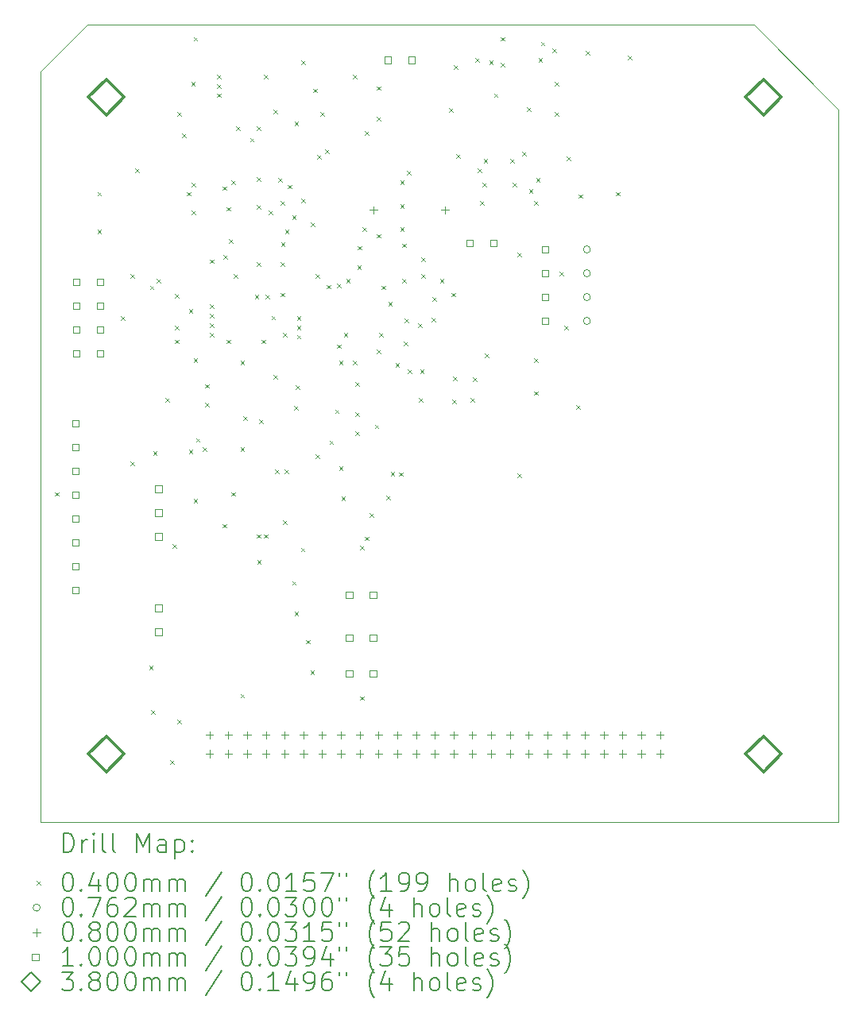
<source format=gbr>
%TF.GenerationSoftware,KiCad,Pcbnew,7.0.2*%
%TF.CreationDate,2023-04-28T23:30:52-06:00*%
%TF.ProjectId,BIRDS-X-PCB,42495244-532d-4582-9d50-43422e6b6963,rev?*%
%TF.SameCoordinates,Original*%
%TF.FileFunction,Drillmap*%
%TF.FilePolarity,Positive*%
%FSLAX45Y45*%
G04 Gerber Fmt 4.5, Leading zero omitted, Abs format (unit mm)*
G04 Created by KiCad (PCBNEW 7.0.2) date 2023-04-28 23:30:52*
%MOMM*%
%LPD*%
G01*
G04 APERTURE LIST*
%ADD10C,0.100000*%
%ADD11C,0.200000*%
%ADD12C,0.040000*%
%ADD13C,0.076200*%
%ADD14C,0.080000*%
%ADD15C,0.380000*%
G04 APERTURE END LIST*
D10*
X13500000Y-13500000D02*
X5000000Y-13500000D01*
X12600000Y-5000000D02*
X13500000Y-5900000D01*
X5000000Y-5500000D02*
X5500000Y-5000000D01*
X5500000Y-5000000D02*
X12600000Y-5000000D01*
X13500000Y-5900000D02*
X13500000Y-13500000D01*
X5000000Y-13500000D02*
X5000000Y-5500000D01*
D11*
D12*
X5155000Y-9980000D02*
X5195000Y-10020000D01*
X5195000Y-9980000D02*
X5155000Y-10020000D01*
X5605000Y-6780000D02*
X5645000Y-6820000D01*
X5645000Y-6780000D02*
X5605000Y-6820000D01*
X5605000Y-7180000D02*
X5645000Y-7220000D01*
X5645000Y-7180000D02*
X5605000Y-7220000D01*
X5855000Y-8105000D02*
X5895000Y-8145000D01*
X5895000Y-8105000D02*
X5855000Y-8145000D01*
X5955000Y-7655000D02*
X5995000Y-7695000D01*
X5995000Y-7655000D02*
X5955000Y-7695000D01*
X5955000Y-9655000D02*
X5995000Y-9695000D01*
X5995000Y-9655000D02*
X5955000Y-9695000D01*
X6005000Y-6530000D02*
X6045000Y-6570000D01*
X6045000Y-6530000D02*
X6005000Y-6570000D01*
X6155000Y-11830000D02*
X6195000Y-11870000D01*
X6195000Y-11830000D02*
X6155000Y-11870000D01*
X6165100Y-7778350D02*
X6205100Y-7818350D01*
X6205100Y-7778350D02*
X6165100Y-7818350D01*
X6177495Y-12304955D02*
X6217495Y-12344955D01*
X6217495Y-12304955D02*
X6177495Y-12344955D01*
X6197250Y-9543500D02*
X6237250Y-9583500D01*
X6237250Y-9543500D02*
X6197250Y-9583500D01*
X6237550Y-7707550D02*
X6277550Y-7747550D01*
X6277550Y-7707550D02*
X6237550Y-7747550D01*
X6330000Y-8980000D02*
X6370000Y-9020000D01*
X6370000Y-8980000D02*
X6330000Y-9020000D01*
X6380000Y-12840000D02*
X6420000Y-12880000D01*
X6420000Y-12840000D02*
X6380000Y-12880000D01*
X6405050Y-10533580D02*
X6445050Y-10573580D01*
X6445050Y-10533580D02*
X6405050Y-10573580D01*
X6428770Y-8203770D02*
X6468770Y-8243770D01*
X6468770Y-8203770D02*
X6428770Y-8243770D01*
X6430000Y-7867550D02*
X6470000Y-7907550D01*
X6470000Y-7867550D02*
X6430000Y-7907550D01*
X6430000Y-8355000D02*
X6470000Y-8395000D01*
X6470000Y-8355000D02*
X6430000Y-8395000D01*
X6455000Y-5930000D02*
X6495000Y-5970000D01*
X6495000Y-5930000D02*
X6455000Y-5970000D01*
X6455000Y-12405000D02*
X6495000Y-12445000D01*
X6495000Y-12405000D02*
X6455000Y-12445000D01*
X6505000Y-6155000D02*
X6545000Y-6195000D01*
X6545000Y-6155000D02*
X6505000Y-6195000D01*
X6557550Y-6780000D02*
X6597550Y-6820000D01*
X6597550Y-6780000D02*
X6557550Y-6820000D01*
X6580000Y-8030000D02*
X6620000Y-8070000D01*
X6620000Y-8030000D02*
X6580000Y-8070000D01*
X6580000Y-9530000D02*
X6620000Y-9570000D01*
X6620000Y-9530000D02*
X6580000Y-9570000D01*
X6605000Y-5605000D02*
X6645000Y-5645000D01*
X6645000Y-5605000D02*
X6605000Y-5645000D01*
X6607550Y-6680000D02*
X6647550Y-6720000D01*
X6647550Y-6680000D02*
X6607550Y-6720000D01*
X6607550Y-6980000D02*
X6647550Y-7020000D01*
X6647550Y-6980000D02*
X6607550Y-7020000D01*
X6630000Y-5130000D02*
X6670000Y-5170000D01*
X6670000Y-5130000D02*
X6630000Y-5170000D01*
X6630000Y-8555000D02*
X6670000Y-8595000D01*
X6670000Y-8555000D02*
X6630000Y-8595000D01*
X6630000Y-10055000D02*
X6670000Y-10095000D01*
X6670000Y-10055000D02*
X6630000Y-10095000D01*
X6655000Y-9405000D02*
X6695000Y-9445000D01*
X6695000Y-9405000D02*
X6655000Y-9445000D01*
X6730000Y-9505000D02*
X6770000Y-9545000D01*
X6770000Y-9505000D02*
X6730000Y-9545000D01*
X6755000Y-8830000D02*
X6795000Y-8870000D01*
X6795000Y-8830000D02*
X6755000Y-8870000D01*
X6755000Y-9030000D02*
X6795000Y-9070000D01*
X6795000Y-9030000D02*
X6755000Y-9070000D01*
X6805000Y-7500000D02*
X6845000Y-7540000D01*
X6845000Y-7500000D02*
X6805000Y-7540000D01*
X6805000Y-7980000D02*
X6845000Y-8020000D01*
X6845000Y-7980000D02*
X6805000Y-8020000D01*
X6805000Y-8080000D02*
X6845000Y-8120000D01*
X6845000Y-8080000D02*
X6805000Y-8120000D01*
X6805000Y-8180000D02*
X6845000Y-8220000D01*
X6845000Y-8180000D02*
X6805000Y-8220000D01*
X6805000Y-8280000D02*
X6845000Y-8320000D01*
X6845000Y-8280000D02*
X6805000Y-8320000D01*
X6880000Y-5530000D02*
X6920000Y-5570000D01*
X6920000Y-5530000D02*
X6880000Y-5570000D01*
X6880000Y-5630000D02*
X6920000Y-5670000D01*
X6920000Y-5630000D02*
X6880000Y-5670000D01*
X6880000Y-5730000D02*
X6920000Y-5770000D01*
X6920000Y-5730000D02*
X6880000Y-5770000D01*
X6940000Y-6720000D02*
X6980000Y-6760000D01*
X6980000Y-6720000D02*
X6940000Y-6760000D01*
X6940000Y-10320050D02*
X6980000Y-10360050D01*
X6980000Y-10320050D02*
X6940000Y-10360050D01*
X6949950Y-7455000D02*
X6989950Y-7495000D01*
X6989950Y-7455000D02*
X6949950Y-7495000D01*
X6980000Y-6940000D02*
X7020000Y-6980000D01*
X7020000Y-6940000D02*
X6980000Y-6980000D01*
X6980000Y-8355000D02*
X7020000Y-8395000D01*
X7020000Y-8355000D02*
X6980000Y-8395000D01*
X7005000Y-7282550D02*
X7045000Y-7322550D01*
X7045000Y-7282550D02*
X7005000Y-7322550D01*
X7030000Y-9980000D02*
X7070000Y-10020000D01*
X7070000Y-9980000D02*
X7030000Y-10020000D01*
X7032550Y-6656302D02*
X7072550Y-6696302D01*
X7072550Y-6656302D02*
X7032550Y-6696302D01*
X7055000Y-7655000D02*
X7095000Y-7695000D01*
X7095000Y-7655000D02*
X7055000Y-7695000D01*
X7080000Y-6080000D02*
X7120000Y-6120000D01*
X7120000Y-6080000D02*
X7080000Y-6120000D01*
X7130000Y-8580000D02*
X7170000Y-8620000D01*
X7170000Y-8580000D02*
X7130000Y-8620000D01*
X7130000Y-9505000D02*
X7170000Y-9545000D01*
X7170000Y-9505000D02*
X7130000Y-9545000D01*
X7130000Y-12130000D02*
X7170000Y-12170000D01*
X7170000Y-12130000D02*
X7130000Y-12170000D01*
X7159400Y-9174800D02*
X7199400Y-9214800D01*
X7199400Y-9174800D02*
X7159400Y-9214800D01*
X7230000Y-6205000D02*
X7270000Y-6245000D01*
X7270000Y-6205000D02*
X7230000Y-6245000D01*
X7282500Y-7879400D02*
X7322500Y-7919400D01*
X7322500Y-7879400D02*
X7282500Y-7919400D01*
X7305000Y-6080000D02*
X7345000Y-6120000D01*
X7345000Y-6080000D02*
X7305000Y-6120000D01*
X7305000Y-7530000D02*
X7345000Y-7570000D01*
X7345000Y-7530000D02*
X7305000Y-7570000D01*
X7305000Y-10430000D02*
X7345000Y-10470000D01*
X7345000Y-10430000D02*
X7305000Y-10470000D01*
X7305750Y-6622100D02*
X7345750Y-6662100D01*
X7345750Y-6622100D02*
X7305750Y-6662100D01*
X7305750Y-6922250D02*
X7345750Y-6962250D01*
X7345750Y-6922250D02*
X7305750Y-6962250D01*
X7306076Y-10704113D02*
X7346076Y-10744113D01*
X7346076Y-10704113D02*
X7306076Y-10744113D01*
X7330000Y-9207550D02*
X7370000Y-9247550D01*
X7370000Y-9207550D02*
X7330000Y-9247550D01*
X7355000Y-8355000D02*
X7395000Y-8395000D01*
X7395000Y-8355000D02*
X7355000Y-8395000D01*
X7380000Y-5530000D02*
X7420000Y-5570000D01*
X7420000Y-5530000D02*
X7380000Y-5570000D01*
X7380000Y-10430000D02*
X7420000Y-10470000D01*
X7420000Y-10430000D02*
X7380000Y-10470000D01*
X7396800Y-7879400D02*
X7436800Y-7919400D01*
X7436800Y-7879400D02*
X7396800Y-7919400D01*
X7430000Y-6980000D02*
X7470000Y-7020000D01*
X7470000Y-6980000D02*
X7430000Y-7020000D01*
X7460000Y-8100000D02*
X7500000Y-8140000D01*
X7500000Y-8100000D02*
X7460000Y-8140000D01*
X7480000Y-5905000D02*
X7520000Y-5945000D01*
X7520000Y-5905000D02*
X7480000Y-5945000D01*
X7480000Y-8730000D02*
X7520000Y-8770000D01*
X7520000Y-8730000D02*
X7480000Y-8770000D01*
X7500000Y-9740000D02*
X7540000Y-9780000D01*
X7540000Y-9740000D02*
X7500000Y-9780000D01*
X7530000Y-6630000D02*
X7570000Y-6670000D01*
X7570000Y-6630000D02*
X7530000Y-6670000D01*
X7555000Y-6880000D02*
X7595000Y-6920000D01*
X7595000Y-6880000D02*
X7555000Y-6920000D01*
X7555000Y-7530000D02*
X7595000Y-7570000D01*
X7595000Y-7530000D02*
X7555000Y-7570000D01*
X7555000Y-7855000D02*
X7595000Y-7895000D01*
X7595000Y-7855000D02*
X7555000Y-7895000D01*
X7561900Y-7316300D02*
X7601900Y-7356300D01*
X7601900Y-7316300D02*
X7561900Y-7356300D01*
X7580000Y-8280000D02*
X7620000Y-8320000D01*
X7620000Y-8280000D02*
X7580000Y-8320000D01*
X7580000Y-10280000D02*
X7620000Y-10320000D01*
X7620000Y-10280000D02*
X7580000Y-10320000D01*
X7600000Y-9740000D02*
X7640000Y-9780000D01*
X7640000Y-9740000D02*
X7600000Y-9780000D01*
X7602450Y-7180000D02*
X7642450Y-7220000D01*
X7642450Y-7180000D02*
X7602450Y-7220000D01*
X7632550Y-6703770D02*
X7672550Y-6743770D01*
X7672550Y-6703770D02*
X7632550Y-6743770D01*
X7680000Y-7030000D02*
X7720000Y-7070000D01*
X7720000Y-7030000D02*
X7680000Y-7070000D01*
X7680000Y-10930000D02*
X7720000Y-10970000D01*
X7720000Y-10930000D02*
X7680000Y-10970000D01*
X7701600Y-9060500D02*
X7741600Y-9100500D01*
X7741600Y-9060500D02*
X7701600Y-9100500D01*
X7705000Y-6030000D02*
X7745000Y-6070000D01*
X7745000Y-6030000D02*
X7705000Y-6070000D01*
X7705000Y-11255000D02*
X7745000Y-11295000D01*
X7745000Y-11255000D02*
X7705000Y-11295000D01*
X7720000Y-8840000D02*
X7760000Y-8880000D01*
X7760000Y-8840000D02*
X7720000Y-8880000D01*
X7730000Y-8105000D02*
X7770000Y-8145000D01*
X7770000Y-8105000D02*
X7730000Y-8145000D01*
X7730000Y-8205000D02*
X7770000Y-8245000D01*
X7770000Y-8205000D02*
X7730000Y-8245000D01*
X7730000Y-8305000D02*
X7770000Y-8345000D01*
X7770000Y-8305000D02*
X7730000Y-8345000D01*
X7771911Y-10574388D02*
X7811911Y-10614388D01*
X7811911Y-10574388D02*
X7771911Y-10614388D01*
X7780000Y-5380000D02*
X7820000Y-5420000D01*
X7820000Y-5380000D02*
X7780000Y-5420000D01*
X7780000Y-6852450D02*
X7820000Y-6892450D01*
X7820000Y-6852450D02*
X7780000Y-6892450D01*
X7830000Y-11555000D02*
X7870000Y-11595000D01*
X7870000Y-11555000D02*
X7830000Y-11595000D01*
X7875000Y-11880000D02*
X7915000Y-11920000D01*
X7915000Y-11880000D02*
X7875000Y-11920000D01*
X7880000Y-7105000D02*
X7920000Y-7145000D01*
X7920000Y-7105000D02*
X7880000Y-7145000D01*
X7905000Y-5680000D02*
X7945000Y-5720000D01*
X7945000Y-5680000D02*
X7905000Y-5720000D01*
X7927049Y-7655050D02*
X7967049Y-7695050D01*
X7967049Y-7655050D02*
X7927049Y-7695050D01*
X7930000Y-9580000D02*
X7970000Y-9620000D01*
X7970000Y-9580000D02*
X7930000Y-9620000D01*
X7946836Y-6385442D02*
X7986836Y-6425442D01*
X7986836Y-6385442D02*
X7946836Y-6425442D01*
X7980000Y-5930000D02*
X8020000Y-5970000D01*
X8020000Y-5930000D02*
X7980000Y-5970000D01*
X8030000Y-6330000D02*
X8070000Y-6370000D01*
X8070000Y-6330000D02*
X8030000Y-6370000D01*
X8044995Y-7769995D02*
X8084995Y-7809995D01*
X8084995Y-7769995D02*
X8044995Y-7809995D01*
X8077450Y-9430000D02*
X8117450Y-9470000D01*
X8117450Y-9430000D02*
X8077450Y-9470000D01*
X8137450Y-9100000D02*
X8177450Y-9140000D01*
X8177450Y-9100000D02*
X8137450Y-9140000D01*
X8155000Y-8405000D02*
X8195000Y-8445000D01*
X8195000Y-8405000D02*
X8155000Y-8445000D01*
X8155440Y-7755440D02*
X8195440Y-7795440D01*
X8195440Y-7755440D02*
X8155440Y-7795440D01*
X8180000Y-8580000D02*
X8220000Y-8620000D01*
X8220000Y-8580000D02*
X8180000Y-8620000D01*
X8180000Y-9705000D02*
X8220000Y-9745000D01*
X8220000Y-9705000D02*
X8180000Y-9745000D01*
X8205000Y-10030000D02*
X8245000Y-10070000D01*
X8245000Y-10030000D02*
X8205000Y-10070000D01*
X8230000Y-8280000D02*
X8270000Y-8320000D01*
X8270000Y-8280000D02*
X8230000Y-8320000D01*
X8255000Y-7705000D02*
X8295000Y-7745000D01*
X8295000Y-7705000D02*
X8255000Y-7745000D01*
X8330000Y-5530000D02*
X8370000Y-5570000D01*
X8370000Y-5530000D02*
X8330000Y-5570000D01*
X8330000Y-8580000D02*
X8370000Y-8620000D01*
X8370000Y-8580000D02*
X8330000Y-8620000D01*
X8355000Y-8805000D02*
X8395000Y-8845000D01*
X8395000Y-8805000D02*
X8355000Y-8845000D01*
X8355000Y-9130000D02*
X8395000Y-9170000D01*
X8395000Y-9130000D02*
X8355000Y-9170000D01*
X8355000Y-9330000D02*
X8395000Y-9370000D01*
X8395000Y-9330000D02*
X8355000Y-9370000D01*
X8374700Y-7564050D02*
X8414700Y-7604050D01*
X8414700Y-7564050D02*
X8374700Y-7604050D01*
X8380000Y-7355000D02*
X8420000Y-7395000D01*
X8420000Y-7355000D02*
X8380000Y-7395000D01*
X8405000Y-10555000D02*
X8445000Y-10595000D01*
X8445000Y-10555000D02*
X8405000Y-10595000D01*
X8405000Y-12157550D02*
X8445000Y-12197550D01*
X8445000Y-12157550D02*
X8405000Y-12197550D01*
X8430000Y-7155000D02*
X8470000Y-7195000D01*
X8470000Y-7155000D02*
X8430000Y-7195000D01*
X8455000Y-6130000D02*
X8495000Y-6170000D01*
X8495000Y-6130000D02*
X8455000Y-6170000D01*
X8455000Y-10455000D02*
X8495000Y-10495000D01*
X8495000Y-10455000D02*
X8455000Y-10495000D01*
X8505000Y-10205000D02*
X8545000Y-10245000D01*
X8545000Y-10205000D02*
X8505000Y-10245000D01*
X8560000Y-9260000D02*
X8600000Y-9300000D01*
X8600000Y-9260000D02*
X8560000Y-9300000D01*
X8580000Y-5655000D02*
X8620000Y-5695000D01*
X8620000Y-5655000D02*
X8580000Y-5695000D01*
X8580000Y-5980000D02*
X8620000Y-6020000D01*
X8620000Y-5980000D02*
X8580000Y-6020000D01*
X8580000Y-8460000D02*
X8620000Y-8500000D01*
X8620000Y-8460000D02*
X8580000Y-8500000D01*
X8582550Y-7230000D02*
X8622550Y-7270000D01*
X8622550Y-7230000D02*
X8582550Y-7270000D01*
X8605000Y-8280000D02*
X8645000Y-8320000D01*
X8645000Y-8280000D02*
X8605000Y-8320000D01*
X8630000Y-7780000D02*
X8670000Y-7820000D01*
X8670000Y-7780000D02*
X8630000Y-7820000D01*
X8680000Y-10020000D02*
X8720000Y-10060000D01*
X8720000Y-10020000D02*
X8680000Y-10060000D01*
X8705000Y-7955000D02*
X8745000Y-7995000D01*
X8745000Y-7955000D02*
X8705000Y-7995000D01*
X8730000Y-9765000D02*
X8770000Y-9805000D01*
X8770000Y-9765000D02*
X8730000Y-9805000D01*
X8780000Y-8605000D02*
X8820000Y-8645000D01*
X8820000Y-8605000D02*
X8780000Y-8645000D01*
X8820000Y-9770000D02*
X8860000Y-9810000D01*
X8860000Y-9770000D02*
X8820000Y-9810000D01*
X8830000Y-6655000D02*
X8870000Y-6695000D01*
X8870000Y-6655000D02*
X8830000Y-6695000D01*
X8830000Y-6912250D02*
X8870000Y-6952250D01*
X8870000Y-6912250D02*
X8830000Y-6952250D01*
X8830000Y-7155000D02*
X8870000Y-7195000D01*
X8870000Y-7155000D02*
X8830000Y-7195000D01*
X8855000Y-7330000D02*
X8895000Y-7370000D01*
X8895000Y-7330000D02*
X8855000Y-7370000D01*
X8855000Y-7705000D02*
X8895000Y-7745000D01*
X8895000Y-7705000D02*
X8855000Y-7745000D01*
X8871100Y-8375700D02*
X8911100Y-8415700D01*
X8911100Y-8375700D02*
X8871100Y-8415700D01*
X8880000Y-8130000D02*
X8920000Y-8170000D01*
X8920000Y-8130000D02*
X8880000Y-8170000D01*
X8905000Y-6555000D02*
X8945000Y-6595000D01*
X8945000Y-6555000D02*
X8905000Y-6595000D01*
X8911600Y-8675200D02*
X8951600Y-8715200D01*
X8951600Y-8675200D02*
X8911600Y-8715200D01*
X9020000Y-8180000D02*
X9060000Y-8220000D01*
X9060000Y-8180000D02*
X9020000Y-8220000D01*
X9030000Y-8980000D02*
X9070000Y-9020000D01*
X9070000Y-8980000D02*
X9030000Y-9020000D01*
X9041600Y-8675200D02*
X9081600Y-8715200D01*
X9081600Y-8675200D02*
X9041600Y-8715200D01*
X9055000Y-7480000D02*
X9095000Y-7520000D01*
X9095000Y-7480000D02*
X9055000Y-7520000D01*
X9055000Y-7655000D02*
X9095000Y-7695000D01*
X9095000Y-7655000D02*
X9055000Y-7695000D01*
X9162600Y-8120700D02*
X9202600Y-8160700D01*
X9202600Y-8120700D02*
X9162600Y-8160700D01*
X9171100Y-7900700D02*
X9211100Y-7940700D01*
X9211100Y-7900700D02*
X9171100Y-7940700D01*
X9255000Y-7705000D02*
X9295000Y-7745000D01*
X9295000Y-7705000D02*
X9255000Y-7745000D01*
X9353697Y-5887450D02*
X9393697Y-5927450D01*
X9393697Y-5887450D02*
X9353697Y-5927450D01*
X9380000Y-7855000D02*
X9420000Y-7895000D01*
X9420000Y-7855000D02*
X9380000Y-7895000D01*
X9387700Y-8993900D02*
X9427700Y-9033900D01*
X9427700Y-8993900D02*
X9387700Y-9033900D01*
X9396100Y-8750700D02*
X9436100Y-8790700D01*
X9436100Y-8750700D02*
X9396100Y-8790700D01*
X9405000Y-5430000D02*
X9445000Y-5470000D01*
X9445000Y-5430000D02*
X9405000Y-5470000D01*
X9430000Y-6380000D02*
X9470000Y-6420000D01*
X9470000Y-6380000D02*
X9430000Y-6420000D01*
X9580000Y-8980000D02*
X9620000Y-9020000D01*
X9620000Y-8980000D02*
X9580000Y-9020000D01*
X9605000Y-8755000D02*
X9645000Y-8795000D01*
X9645000Y-8755000D02*
X9605000Y-8795000D01*
X9630000Y-5355000D02*
X9670000Y-5395000D01*
X9670000Y-5355000D02*
X9630000Y-5395000D01*
X9655000Y-6530000D02*
X9695000Y-6570000D01*
X9695000Y-6530000D02*
X9655000Y-6570000D01*
X9680000Y-6880000D02*
X9720000Y-6920000D01*
X9720000Y-6880000D02*
X9680000Y-6920000D01*
X9705000Y-6680000D02*
X9745000Y-6720000D01*
X9745000Y-6680000D02*
X9705000Y-6720000D01*
X9719000Y-6427450D02*
X9759000Y-6467450D01*
X9759000Y-6427450D02*
X9719000Y-6467450D01*
X9730000Y-8505000D02*
X9770000Y-8545000D01*
X9770000Y-8505000D02*
X9730000Y-8545000D01*
X9780000Y-5380000D02*
X9820000Y-5420000D01*
X9820000Y-5380000D02*
X9780000Y-5420000D01*
X9830000Y-5730000D02*
X9870000Y-5770000D01*
X9870000Y-5730000D02*
X9830000Y-5770000D01*
X9905000Y-5130000D02*
X9945000Y-5170000D01*
X9945000Y-5130000D02*
X9905000Y-5170000D01*
X9905000Y-5405000D02*
X9945000Y-5445000D01*
X9945000Y-5405000D02*
X9905000Y-5445000D01*
X10005000Y-6430000D02*
X10045000Y-6470000D01*
X10045000Y-6430000D02*
X10005000Y-6470000D01*
X10030000Y-6680000D02*
X10070000Y-6720000D01*
X10070000Y-6680000D02*
X10030000Y-6720000D01*
X10080000Y-7430000D02*
X10120000Y-7470000D01*
X10120000Y-7430000D02*
X10080000Y-7470000D01*
X10080000Y-9780000D02*
X10120000Y-9820000D01*
X10120000Y-9780000D02*
X10080000Y-9820000D01*
X10130000Y-6355000D02*
X10170000Y-6395000D01*
X10170000Y-6355000D02*
X10130000Y-6395000D01*
X10180000Y-5880000D02*
X10220000Y-5920000D01*
X10220000Y-5880000D02*
X10180000Y-5920000D01*
X10202500Y-6752500D02*
X10242500Y-6792500D01*
X10242500Y-6752500D02*
X10202500Y-6792500D01*
X10255000Y-6880000D02*
X10295000Y-6920000D01*
X10295000Y-6880000D02*
X10255000Y-6920000D01*
X10255000Y-8555000D02*
X10295000Y-8595000D01*
X10295000Y-8555000D02*
X10255000Y-8595000D01*
X10255000Y-8905000D02*
X10295000Y-8945000D01*
X10295000Y-8905000D02*
X10255000Y-8945000D01*
X10280000Y-6630000D02*
X10320000Y-6670000D01*
X10320000Y-6630000D02*
X10280000Y-6670000D01*
X10305000Y-5355000D02*
X10345000Y-5395000D01*
X10345000Y-5355000D02*
X10305000Y-5395000D01*
X10330000Y-5180000D02*
X10370000Y-5220000D01*
X10370000Y-5180000D02*
X10330000Y-5220000D01*
X10455000Y-5255000D02*
X10495000Y-5295000D01*
X10495000Y-5255000D02*
X10455000Y-5295000D01*
X10480000Y-5605000D02*
X10520000Y-5645000D01*
X10520000Y-5605000D02*
X10480000Y-5645000D01*
X10480000Y-5930000D02*
X10520000Y-5970000D01*
X10520000Y-5930000D02*
X10480000Y-5970000D01*
X10530000Y-7630000D02*
X10570000Y-7670000D01*
X10570000Y-7630000D02*
X10530000Y-7670000D01*
X10580000Y-8205000D02*
X10620000Y-8245000D01*
X10620000Y-8205000D02*
X10580000Y-8245000D01*
X10605000Y-6405000D02*
X10645000Y-6445000D01*
X10645000Y-6405000D02*
X10605000Y-6445000D01*
X10705000Y-9055000D02*
X10745000Y-9095000D01*
X10745000Y-9055000D02*
X10705000Y-9095000D01*
X10730000Y-6805000D02*
X10770000Y-6845000D01*
X10770000Y-6805000D02*
X10730000Y-6845000D01*
X10805000Y-5280000D02*
X10845000Y-5320000D01*
X10845000Y-5280000D02*
X10805000Y-5320000D01*
X11127450Y-6780000D02*
X11167450Y-6820000D01*
X11167450Y-6780000D02*
X11127450Y-6820000D01*
X11255000Y-5330000D02*
X11295000Y-5370000D01*
X11295000Y-5330000D02*
X11255000Y-5370000D01*
D13*
X10858100Y-7393000D02*
G75*
G03*
X10858100Y-7393000I-38100J0D01*
G01*
X10858100Y-7647000D02*
G75*
G03*
X10858100Y-7647000I-38100J0D01*
G01*
X10858100Y-7901000D02*
G75*
G03*
X10858100Y-7901000I-38100J0D01*
G01*
X10858100Y-8155000D02*
G75*
G03*
X10858100Y-8155000I-38100J0D01*
G01*
D14*
X6800000Y-12530000D02*
X6800000Y-12610000D01*
X6760000Y-12570000D02*
X6840000Y-12570000D01*
X6800000Y-12730000D02*
X6800000Y-12810000D01*
X6760000Y-12770000D02*
X6840000Y-12770000D01*
X7000000Y-12530000D02*
X7000000Y-12610000D01*
X6960000Y-12570000D02*
X7040000Y-12570000D01*
X7000000Y-12730000D02*
X7000000Y-12810000D01*
X6960000Y-12770000D02*
X7040000Y-12770000D01*
X7200000Y-12530000D02*
X7200000Y-12610000D01*
X7160000Y-12570000D02*
X7240000Y-12570000D01*
X7200000Y-12730000D02*
X7200000Y-12810000D01*
X7160000Y-12770000D02*
X7240000Y-12770000D01*
X7400000Y-12530000D02*
X7400000Y-12610000D01*
X7360000Y-12570000D02*
X7440000Y-12570000D01*
X7400000Y-12730000D02*
X7400000Y-12810000D01*
X7360000Y-12770000D02*
X7440000Y-12770000D01*
X7600000Y-12530000D02*
X7600000Y-12610000D01*
X7560000Y-12570000D02*
X7640000Y-12570000D01*
X7600000Y-12730000D02*
X7600000Y-12810000D01*
X7560000Y-12770000D02*
X7640000Y-12770000D01*
X7800000Y-12530000D02*
X7800000Y-12610000D01*
X7760000Y-12570000D02*
X7840000Y-12570000D01*
X7800000Y-12730000D02*
X7800000Y-12810000D01*
X7760000Y-12770000D02*
X7840000Y-12770000D01*
X8000000Y-12530000D02*
X8000000Y-12610000D01*
X7960000Y-12570000D02*
X8040000Y-12570000D01*
X8000000Y-12730000D02*
X8000000Y-12810000D01*
X7960000Y-12770000D02*
X8040000Y-12770000D01*
X8200000Y-12530000D02*
X8200000Y-12610000D01*
X8160000Y-12570000D02*
X8240000Y-12570000D01*
X8200000Y-12730000D02*
X8200000Y-12810000D01*
X8160000Y-12770000D02*
X8240000Y-12770000D01*
X8400000Y-12530000D02*
X8400000Y-12610000D01*
X8360000Y-12570000D02*
X8440000Y-12570000D01*
X8400000Y-12730000D02*
X8400000Y-12810000D01*
X8360000Y-12770000D02*
X8440000Y-12770000D01*
X8547100Y-6932300D02*
X8547100Y-7012300D01*
X8507100Y-6972300D02*
X8587100Y-6972300D01*
X8600000Y-12530000D02*
X8600000Y-12610000D01*
X8560000Y-12570000D02*
X8640000Y-12570000D01*
X8600000Y-12730000D02*
X8600000Y-12810000D01*
X8560000Y-12770000D02*
X8640000Y-12770000D01*
X8800000Y-12530000D02*
X8800000Y-12610000D01*
X8760000Y-12570000D02*
X8840000Y-12570000D01*
X8800000Y-12730000D02*
X8800000Y-12810000D01*
X8760000Y-12770000D02*
X8840000Y-12770000D01*
X9000000Y-12530000D02*
X9000000Y-12610000D01*
X8960000Y-12570000D02*
X9040000Y-12570000D01*
X9000000Y-12730000D02*
X9000000Y-12810000D01*
X8960000Y-12770000D02*
X9040000Y-12770000D01*
X9200000Y-12530000D02*
X9200000Y-12610000D01*
X9160000Y-12570000D02*
X9240000Y-12570000D01*
X9200000Y-12730000D02*
X9200000Y-12810000D01*
X9160000Y-12770000D02*
X9240000Y-12770000D01*
X9309100Y-6932300D02*
X9309100Y-7012300D01*
X9269100Y-6972300D02*
X9349100Y-6972300D01*
X9400000Y-12530000D02*
X9400000Y-12610000D01*
X9360000Y-12570000D02*
X9440000Y-12570000D01*
X9400000Y-12730000D02*
X9400000Y-12810000D01*
X9360000Y-12770000D02*
X9440000Y-12770000D01*
X9600000Y-12530000D02*
X9600000Y-12610000D01*
X9560000Y-12570000D02*
X9640000Y-12570000D01*
X9600000Y-12730000D02*
X9600000Y-12810000D01*
X9560000Y-12770000D02*
X9640000Y-12770000D01*
X9800000Y-12530000D02*
X9800000Y-12610000D01*
X9760000Y-12570000D02*
X9840000Y-12570000D01*
X9800000Y-12730000D02*
X9800000Y-12810000D01*
X9760000Y-12770000D02*
X9840000Y-12770000D01*
X10000000Y-12530000D02*
X10000000Y-12610000D01*
X9960000Y-12570000D02*
X10040000Y-12570000D01*
X10000000Y-12730000D02*
X10000000Y-12810000D01*
X9960000Y-12770000D02*
X10040000Y-12770000D01*
X10200000Y-12530000D02*
X10200000Y-12610000D01*
X10160000Y-12570000D02*
X10240000Y-12570000D01*
X10200000Y-12730000D02*
X10200000Y-12810000D01*
X10160000Y-12770000D02*
X10240000Y-12770000D01*
X10400000Y-12530000D02*
X10400000Y-12610000D01*
X10360000Y-12570000D02*
X10440000Y-12570000D01*
X10400000Y-12730000D02*
X10400000Y-12810000D01*
X10360000Y-12770000D02*
X10440000Y-12770000D01*
X10600000Y-12530000D02*
X10600000Y-12610000D01*
X10560000Y-12570000D02*
X10640000Y-12570000D01*
X10600000Y-12730000D02*
X10600000Y-12810000D01*
X10560000Y-12770000D02*
X10640000Y-12770000D01*
X10800000Y-12530000D02*
X10800000Y-12610000D01*
X10760000Y-12570000D02*
X10840000Y-12570000D01*
X10800000Y-12730000D02*
X10800000Y-12810000D01*
X10760000Y-12770000D02*
X10840000Y-12770000D01*
X11000000Y-12530000D02*
X11000000Y-12610000D01*
X10960000Y-12570000D02*
X11040000Y-12570000D01*
X11000000Y-12730000D02*
X11000000Y-12810000D01*
X10960000Y-12770000D02*
X11040000Y-12770000D01*
X11200000Y-12530000D02*
X11200000Y-12610000D01*
X11160000Y-12570000D02*
X11240000Y-12570000D01*
X11200000Y-12730000D02*
X11200000Y-12810000D01*
X11160000Y-12770000D02*
X11240000Y-12770000D01*
X11400000Y-12530000D02*
X11400000Y-12610000D01*
X11360000Y-12570000D02*
X11440000Y-12570000D01*
X11400000Y-12730000D02*
X11400000Y-12810000D01*
X11360000Y-12770000D02*
X11440000Y-12770000D01*
X11600000Y-12530000D02*
X11600000Y-12610000D01*
X11560000Y-12570000D02*
X11640000Y-12570000D01*
X11600000Y-12730000D02*
X11600000Y-12810000D01*
X11560000Y-12770000D02*
X11640000Y-12770000D01*
D10*
X5407456Y-9280956D02*
X5407456Y-9210244D01*
X5336744Y-9210244D01*
X5336744Y-9280956D01*
X5407456Y-9280956D01*
X5407456Y-9534956D02*
X5407456Y-9464244D01*
X5336744Y-9464244D01*
X5336744Y-9534956D01*
X5407456Y-9534956D01*
X5407456Y-9788956D02*
X5407456Y-9718244D01*
X5336744Y-9718244D01*
X5336744Y-9788956D01*
X5407456Y-9788956D01*
X5407456Y-10042956D02*
X5407456Y-9972244D01*
X5336744Y-9972244D01*
X5336744Y-10042956D01*
X5407456Y-10042956D01*
X5407456Y-10296956D02*
X5407456Y-10226244D01*
X5336744Y-10226244D01*
X5336744Y-10296956D01*
X5407456Y-10296956D01*
X5407456Y-10550956D02*
X5407456Y-10480244D01*
X5336744Y-10480244D01*
X5336744Y-10550956D01*
X5407456Y-10550956D01*
X5407456Y-10804956D02*
X5407456Y-10734244D01*
X5336744Y-10734244D01*
X5336744Y-10804956D01*
X5407456Y-10804956D01*
X5407456Y-11058956D02*
X5407456Y-10988244D01*
X5336744Y-10988244D01*
X5336744Y-11058956D01*
X5407456Y-11058956D01*
X5415356Y-7775356D02*
X5415356Y-7704644D01*
X5344644Y-7704644D01*
X5344644Y-7775356D01*
X5415356Y-7775356D01*
X5415356Y-8029356D02*
X5415356Y-7958644D01*
X5344644Y-7958644D01*
X5344644Y-8029356D01*
X5415356Y-8029356D01*
X5415356Y-8283356D02*
X5415356Y-8212644D01*
X5344644Y-8212644D01*
X5344644Y-8283356D01*
X5415356Y-8283356D01*
X5415356Y-8537356D02*
X5415356Y-8466644D01*
X5344644Y-8466644D01*
X5344644Y-8537356D01*
X5415356Y-8537356D01*
X5669356Y-7775356D02*
X5669356Y-7704644D01*
X5598644Y-7704644D01*
X5598644Y-7775356D01*
X5669356Y-7775356D01*
X5669356Y-8029356D02*
X5669356Y-7958644D01*
X5598644Y-7958644D01*
X5598644Y-8029356D01*
X5669356Y-8029356D01*
X5669356Y-8283356D02*
X5669356Y-8212644D01*
X5598644Y-8212644D01*
X5598644Y-8283356D01*
X5669356Y-8283356D01*
X5669356Y-8537356D02*
X5669356Y-8466644D01*
X5598644Y-8466644D01*
X5598644Y-8537356D01*
X5669356Y-8537356D01*
X6292856Y-9979856D02*
X6292856Y-9909144D01*
X6222144Y-9909144D01*
X6222144Y-9979856D01*
X6292856Y-9979856D01*
X6292856Y-10233856D02*
X6292856Y-10163144D01*
X6222144Y-10163144D01*
X6222144Y-10233856D01*
X6292856Y-10233856D01*
X6292856Y-10487856D02*
X6292856Y-10417144D01*
X6222144Y-10417144D01*
X6222144Y-10487856D01*
X6292856Y-10487856D01*
X6292856Y-11249856D02*
X6292856Y-11179144D01*
X6222144Y-11179144D01*
X6222144Y-11249856D01*
X6292856Y-11249856D01*
X6292856Y-11503856D02*
X6292856Y-11433144D01*
X6222144Y-11433144D01*
X6222144Y-11503856D01*
X6292856Y-11503856D01*
X8324856Y-11111356D02*
X8324856Y-11040644D01*
X8254144Y-11040644D01*
X8254144Y-11111356D01*
X8324856Y-11111356D01*
X8324856Y-11567356D02*
X8324856Y-11496644D01*
X8254144Y-11496644D01*
X8254144Y-11567356D01*
X8324856Y-11567356D01*
X8324856Y-11948356D02*
X8324856Y-11877644D01*
X8254144Y-11877644D01*
X8254144Y-11948356D01*
X8324856Y-11948356D01*
X8578856Y-11111356D02*
X8578856Y-11040644D01*
X8508144Y-11040644D01*
X8508144Y-11111356D01*
X8578856Y-11111356D01*
X8578856Y-11567356D02*
X8578856Y-11496644D01*
X8508144Y-11496644D01*
X8508144Y-11567356D01*
X8578856Y-11567356D01*
X8578856Y-11948356D02*
X8578856Y-11877644D01*
X8508144Y-11877644D01*
X8508144Y-11948356D01*
X8578856Y-11948356D01*
X8735356Y-5410356D02*
X8735356Y-5339644D01*
X8664644Y-5339644D01*
X8664644Y-5410356D01*
X8735356Y-5410356D01*
X8989356Y-5410356D02*
X8989356Y-5339644D01*
X8918644Y-5339644D01*
X8918644Y-5410356D01*
X8989356Y-5410356D01*
X9606356Y-7360356D02*
X9606356Y-7289644D01*
X9535644Y-7289644D01*
X9535644Y-7360356D01*
X9606356Y-7360356D01*
X9860356Y-7360356D02*
X9860356Y-7289644D01*
X9789644Y-7289644D01*
X9789644Y-7360356D01*
X9860356Y-7360356D01*
X10410856Y-7428356D02*
X10410856Y-7357644D01*
X10340144Y-7357644D01*
X10340144Y-7428356D01*
X10410856Y-7428356D01*
X10410856Y-7682356D02*
X10410856Y-7611644D01*
X10340144Y-7611644D01*
X10340144Y-7682356D01*
X10410856Y-7682356D01*
X10410856Y-7936356D02*
X10410856Y-7865644D01*
X10340144Y-7865644D01*
X10340144Y-7936356D01*
X10410856Y-7936356D01*
X10410856Y-8190356D02*
X10410856Y-8119644D01*
X10340144Y-8119644D01*
X10340144Y-8190356D01*
X10410856Y-8190356D01*
D15*
X5700000Y-5960000D02*
X5890000Y-5770000D01*
X5700000Y-5580000D01*
X5510000Y-5770000D01*
X5700000Y-5960000D01*
X5700000Y-12960000D02*
X5890000Y-12770000D01*
X5700000Y-12580000D01*
X5510000Y-12770000D01*
X5700000Y-12960000D01*
X12700000Y-5960000D02*
X12890000Y-5770000D01*
X12700000Y-5580000D01*
X12510000Y-5770000D01*
X12700000Y-5960000D01*
X12700000Y-12960000D02*
X12890000Y-12770000D01*
X12700000Y-12580000D01*
X12510000Y-12770000D01*
X12700000Y-12960000D01*
D11*
X5242619Y-13817524D02*
X5242619Y-13617524D01*
X5242619Y-13617524D02*
X5290238Y-13617524D01*
X5290238Y-13617524D02*
X5318810Y-13627048D01*
X5318810Y-13627048D02*
X5337857Y-13646095D01*
X5337857Y-13646095D02*
X5347381Y-13665143D01*
X5347381Y-13665143D02*
X5356905Y-13703238D01*
X5356905Y-13703238D02*
X5356905Y-13731809D01*
X5356905Y-13731809D02*
X5347381Y-13769905D01*
X5347381Y-13769905D02*
X5337857Y-13788952D01*
X5337857Y-13788952D02*
X5318810Y-13808000D01*
X5318810Y-13808000D02*
X5290238Y-13817524D01*
X5290238Y-13817524D02*
X5242619Y-13817524D01*
X5442619Y-13817524D02*
X5442619Y-13684190D01*
X5442619Y-13722286D02*
X5452143Y-13703238D01*
X5452143Y-13703238D02*
X5461667Y-13693714D01*
X5461667Y-13693714D02*
X5480714Y-13684190D01*
X5480714Y-13684190D02*
X5499762Y-13684190D01*
X5566429Y-13817524D02*
X5566429Y-13684190D01*
X5566429Y-13617524D02*
X5556905Y-13627048D01*
X5556905Y-13627048D02*
X5566429Y-13636571D01*
X5566429Y-13636571D02*
X5575952Y-13627048D01*
X5575952Y-13627048D02*
X5566429Y-13617524D01*
X5566429Y-13617524D02*
X5566429Y-13636571D01*
X5690238Y-13817524D02*
X5671190Y-13808000D01*
X5671190Y-13808000D02*
X5661667Y-13788952D01*
X5661667Y-13788952D02*
X5661667Y-13617524D01*
X5795000Y-13817524D02*
X5775952Y-13808000D01*
X5775952Y-13808000D02*
X5766428Y-13788952D01*
X5766428Y-13788952D02*
X5766428Y-13617524D01*
X6023571Y-13817524D02*
X6023571Y-13617524D01*
X6023571Y-13617524D02*
X6090238Y-13760381D01*
X6090238Y-13760381D02*
X6156905Y-13617524D01*
X6156905Y-13617524D02*
X6156905Y-13817524D01*
X6337857Y-13817524D02*
X6337857Y-13712762D01*
X6337857Y-13712762D02*
X6328333Y-13693714D01*
X6328333Y-13693714D02*
X6309286Y-13684190D01*
X6309286Y-13684190D02*
X6271190Y-13684190D01*
X6271190Y-13684190D02*
X6252143Y-13693714D01*
X6337857Y-13808000D02*
X6318809Y-13817524D01*
X6318809Y-13817524D02*
X6271190Y-13817524D01*
X6271190Y-13817524D02*
X6252143Y-13808000D01*
X6252143Y-13808000D02*
X6242619Y-13788952D01*
X6242619Y-13788952D02*
X6242619Y-13769905D01*
X6242619Y-13769905D02*
X6252143Y-13750857D01*
X6252143Y-13750857D02*
X6271190Y-13741333D01*
X6271190Y-13741333D02*
X6318809Y-13741333D01*
X6318809Y-13741333D02*
X6337857Y-13731809D01*
X6433095Y-13684190D02*
X6433095Y-13884190D01*
X6433095Y-13693714D02*
X6452143Y-13684190D01*
X6452143Y-13684190D02*
X6490238Y-13684190D01*
X6490238Y-13684190D02*
X6509286Y-13693714D01*
X6509286Y-13693714D02*
X6518809Y-13703238D01*
X6518809Y-13703238D02*
X6528333Y-13722286D01*
X6528333Y-13722286D02*
X6528333Y-13779428D01*
X6528333Y-13779428D02*
X6518809Y-13798476D01*
X6518809Y-13798476D02*
X6509286Y-13808000D01*
X6509286Y-13808000D02*
X6490238Y-13817524D01*
X6490238Y-13817524D02*
X6452143Y-13817524D01*
X6452143Y-13817524D02*
X6433095Y-13808000D01*
X6614048Y-13798476D02*
X6623571Y-13808000D01*
X6623571Y-13808000D02*
X6614048Y-13817524D01*
X6614048Y-13817524D02*
X6604524Y-13808000D01*
X6604524Y-13808000D02*
X6614048Y-13798476D01*
X6614048Y-13798476D02*
X6614048Y-13817524D01*
X6614048Y-13693714D02*
X6623571Y-13703238D01*
X6623571Y-13703238D02*
X6614048Y-13712762D01*
X6614048Y-13712762D02*
X6604524Y-13703238D01*
X6604524Y-13703238D02*
X6614048Y-13693714D01*
X6614048Y-13693714D02*
X6614048Y-13712762D01*
D12*
X4955000Y-14125000D02*
X4995000Y-14165000D01*
X4995000Y-14125000D02*
X4955000Y-14165000D01*
D11*
X5280714Y-14037524D02*
X5299762Y-14037524D01*
X5299762Y-14037524D02*
X5318810Y-14047048D01*
X5318810Y-14047048D02*
X5328333Y-14056571D01*
X5328333Y-14056571D02*
X5337857Y-14075619D01*
X5337857Y-14075619D02*
X5347381Y-14113714D01*
X5347381Y-14113714D02*
X5347381Y-14161333D01*
X5347381Y-14161333D02*
X5337857Y-14199428D01*
X5337857Y-14199428D02*
X5328333Y-14218476D01*
X5328333Y-14218476D02*
X5318810Y-14228000D01*
X5318810Y-14228000D02*
X5299762Y-14237524D01*
X5299762Y-14237524D02*
X5280714Y-14237524D01*
X5280714Y-14237524D02*
X5261667Y-14228000D01*
X5261667Y-14228000D02*
X5252143Y-14218476D01*
X5252143Y-14218476D02*
X5242619Y-14199428D01*
X5242619Y-14199428D02*
X5233095Y-14161333D01*
X5233095Y-14161333D02*
X5233095Y-14113714D01*
X5233095Y-14113714D02*
X5242619Y-14075619D01*
X5242619Y-14075619D02*
X5252143Y-14056571D01*
X5252143Y-14056571D02*
X5261667Y-14047048D01*
X5261667Y-14047048D02*
X5280714Y-14037524D01*
X5433095Y-14218476D02*
X5442619Y-14228000D01*
X5442619Y-14228000D02*
X5433095Y-14237524D01*
X5433095Y-14237524D02*
X5423571Y-14228000D01*
X5423571Y-14228000D02*
X5433095Y-14218476D01*
X5433095Y-14218476D02*
X5433095Y-14237524D01*
X5614048Y-14104190D02*
X5614048Y-14237524D01*
X5566429Y-14028000D02*
X5518810Y-14170857D01*
X5518810Y-14170857D02*
X5642619Y-14170857D01*
X5756905Y-14037524D02*
X5775952Y-14037524D01*
X5775952Y-14037524D02*
X5795000Y-14047048D01*
X5795000Y-14047048D02*
X5804524Y-14056571D01*
X5804524Y-14056571D02*
X5814048Y-14075619D01*
X5814048Y-14075619D02*
X5823571Y-14113714D01*
X5823571Y-14113714D02*
X5823571Y-14161333D01*
X5823571Y-14161333D02*
X5814048Y-14199428D01*
X5814048Y-14199428D02*
X5804524Y-14218476D01*
X5804524Y-14218476D02*
X5795000Y-14228000D01*
X5795000Y-14228000D02*
X5775952Y-14237524D01*
X5775952Y-14237524D02*
X5756905Y-14237524D01*
X5756905Y-14237524D02*
X5737857Y-14228000D01*
X5737857Y-14228000D02*
X5728333Y-14218476D01*
X5728333Y-14218476D02*
X5718809Y-14199428D01*
X5718809Y-14199428D02*
X5709286Y-14161333D01*
X5709286Y-14161333D02*
X5709286Y-14113714D01*
X5709286Y-14113714D02*
X5718809Y-14075619D01*
X5718809Y-14075619D02*
X5728333Y-14056571D01*
X5728333Y-14056571D02*
X5737857Y-14047048D01*
X5737857Y-14047048D02*
X5756905Y-14037524D01*
X5947381Y-14037524D02*
X5966429Y-14037524D01*
X5966429Y-14037524D02*
X5985476Y-14047048D01*
X5985476Y-14047048D02*
X5995000Y-14056571D01*
X5995000Y-14056571D02*
X6004524Y-14075619D01*
X6004524Y-14075619D02*
X6014048Y-14113714D01*
X6014048Y-14113714D02*
X6014048Y-14161333D01*
X6014048Y-14161333D02*
X6004524Y-14199428D01*
X6004524Y-14199428D02*
X5995000Y-14218476D01*
X5995000Y-14218476D02*
X5985476Y-14228000D01*
X5985476Y-14228000D02*
X5966429Y-14237524D01*
X5966429Y-14237524D02*
X5947381Y-14237524D01*
X5947381Y-14237524D02*
X5928333Y-14228000D01*
X5928333Y-14228000D02*
X5918809Y-14218476D01*
X5918809Y-14218476D02*
X5909286Y-14199428D01*
X5909286Y-14199428D02*
X5899762Y-14161333D01*
X5899762Y-14161333D02*
X5899762Y-14113714D01*
X5899762Y-14113714D02*
X5909286Y-14075619D01*
X5909286Y-14075619D02*
X5918809Y-14056571D01*
X5918809Y-14056571D02*
X5928333Y-14047048D01*
X5928333Y-14047048D02*
X5947381Y-14037524D01*
X6099762Y-14237524D02*
X6099762Y-14104190D01*
X6099762Y-14123238D02*
X6109286Y-14113714D01*
X6109286Y-14113714D02*
X6128333Y-14104190D01*
X6128333Y-14104190D02*
X6156905Y-14104190D01*
X6156905Y-14104190D02*
X6175952Y-14113714D01*
X6175952Y-14113714D02*
X6185476Y-14132762D01*
X6185476Y-14132762D02*
X6185476Y-14237524D01*
X6185476Y-14132762D02*
X6195000Y-14113714D01*
X6195000Y-14113714D02*
X6214048Y-14104190D01*
X6214048Y-14104190D02*
X6242619Y-14104190D01*
X6242619Y-14104190D02*
X6261667Y-14113714D01*
X6261667Y-14113714D02*
X6271190Y-14132762D01*
X6271190Y-14132762D02*
X6271190Y-14237524D01*
X6366429Y-14237524D02*
X6366429Y-14104190D01*
X6366429Y-14123238D02*
X6375952Y-14113714D01*
X6375952Y-14113714D02*
X6395000Y-14104190D01*
X6395000Y-14104190D02*
X6423571Y-14104190D01*
X6423571Y-14104190D02*
X6442619Y-14113714D01*
X6442619Y-14113714D02*
X6452143Y-14132762D01*
X6452143Y-14132762D02*
X6452143Y-14237524D01*
X6452143Y-14132762D02*
X6461667Y-14113714D01*
X6461667Y-14113714D02*
X6480714Y-14104190D01*
X6480714Y-14104190D02*
X6509286Y-14104190D01*
X6509286Y-14104190D02*
X6528333Y-14113714D01*
X6528333Y-14113714D02*
X6537857Y-14132762D01*
X6537857Y-14132762D02*
X6537857Y-14237524D01*
X6928333Y-14028000D02*
X6756905Y-14285143D01*
X7185476Y-14037524D02*
X7204524Y-14037524D01*
X7204524Y-14037524D02*
X7223572Y-14047048D01*
X7223572Y-14047048D02*
X7233095Y-14056571D01*
X7233095Y-14056571D02*
X7242619Y-14075619D01*
X7242619Y-14075619D02*
X7252143Y-14113714D01*
X7252143Y-14113714D02*
X7252143Y-14161333D01*
X7252143Y-14161333D02*
X7242619Y-14199428D01*
X7242619Y-14199428D02*
X7233095Y-14218476D01*
X7233095Y-14218476D02*
X7223572Y-14228000D01*
X7223572Y-14228000D02*
X7204524Y-14237524D01*
X7204524Y-14237524D02*
X7185476Y-14237524D01*
X7185476Y-14237524D02*
X7166429Y-14228000D01*
X7166429Y-14228000D02*
X7156905Y-14218476D01*
X7156905Y-14218476D02*
X7147381Y-14199428D01*
X7147381Y-14199428D02*
X7137857Y-14161333D01*
X7137857Y-14161333D02*
X7137857Y-14113714D01*
X7137857Y-14113714D02*
X7147381Y-14075619D01*
X7147381Y-14075619D02*
X7156905Y-14056571D01*
X7156905Y-14056571D02*
X7166429Y-14047048D01*
X7166429Y-14047048D02*
X7185476Y-14037524D01*
X7337857Y-14218476D02*
X7347381Y-14228000D01*
X7347381Y-14228000D02*
X7337857Y-14237524D01*
X7337857Y-14237524D02*
X7328333Y-14228000D01*
X7328333Y-14228000D02*
X7337857Y-14218476D01*
X7337857Y-14218476D02*
X7337857Y-14237524D01*
X7471191Y-14037524D02*
X7490238Y-14037524D01*
X7490238Y-14037524D02*
X7509286Y-14047048D01*
X7509286Y-14047048D02*
X7518810Y-14056571D01*
X7518810Y-14056571D02*
X7528333Y-14075619D01*
X7528333Y-14075619D02*
X7537857Y-14113714D01*
X7537857Y-14113714D02*
X7537857Y-14161333D01*
X7537857Y-14161333D02*
X7528333Y-14199428D01*
X7528333Y-14199428D02*
X7518810Y-14218476D01*
X7518810Y-14218476D02*
X7509286Y-14228000D01*
X7509286Y-14228000D02*
X7490238Y-14237524D01*
X7490238Y-14237524D02*
X7471191Y-14237524D01*
X7471191Y-14237524D02*
X7452143Y-14228000D01*
X7452143Y-14228000D02*
X7442619Y-14218476D01*
X7442619Y-14218476D02*
X7433095Y-14199428D01*
X7433095Y-14199428D02*
X7423572Y-14161333D01*
X7423572Y-14161333D02*
X7423572Y-14113714D01*
X7423572Y-14113714D02*
X7433095Y-14075619D01*
X7433095Y-14075619D02*
X7442619Y-14056571D01*
X7442619Y-14056571D02*
X7452143Y-14047048D01*
X7452143Y-14047048D02*
X7471191Y-14037524D01*
X7728333Y-14237524D02*
X7614048Y-14237524D01*
X7671191Y-14237524D02*
X7671191Y-14037524D01*
X7671191Y-14037524D02*
X7652143Y-14066095D01*
X7652143Y-14066095D02*
X7633095Y-14085143D01*
X7633095Y-14085143D02*
X7614048Y-14094667D01*
X7909286Y-14037524D02*
X7814048Y-14037524D01*
X7814048Y-14037524D02*
X7804524Y-14132762D01*
X7804524Y-14132762D02*
X7814048Y-14123238D01*
X7814048Y-14123238D02*
X7833095Y-14113714D01*
X7833095Y-14113714D02*
X7880714Y-14113714D01*
X7880714Y-14113714D02*
X7899762Y-14123238D01*
X7899762Y-14123238D02*
X7909286Y-14132762D01*
X7909286Y-14132762D02*
X7918810Y-14151809D01*
X7918810Y-14151809D02*
X7918810Y-14199428D01*
X7918810Y-14199428D02*
X7909286Y-14218476D01*
X7909286Y-14218476D02*
X7899762Y-14228000D01*
X7899762Y-14228000D02*
X7880714Y-14237524D01*
X7880714Y-14237524D02*
X7833095Y-14237524D01*
X7833095Y-14237524D02*
X7814048Y-14228000D01*
X7814048Y-14228000D02*
X7804524Y-14218476D01*
X7985476Y-14037524D02*
X8118810Y-14037524D01*
X8118810Y-14037524D02*
X8033095Y-14237524D01*
X8185476Y-14037524D02*
X8185476Y-14075619D01*
X8261667Y-14037524D02*
X8261667Y-14075619D01*
X8556905Y-14313714D02*
X8547381Y-14304190D01*
X8547381Y-14304190D02*
X8528334Y-14275619D01*
X8528334Y-14275619D02*
X8518810Y-14256571D01*
X8518810Y-14256571D02*
X8509286Y-14228000D01*
X8509286Y-14228000D02*
X8499762Y-14180381D01*
X8499762Y-14180381D02*
X8499762Y-14142286D01*
X8499762Y-14142286D02*
X8509286Y-14094667D01*
X8509286Y-14094667D02*
X8518810Y-14066095D01*
X8518810Y-14066095D02*
X8528334Y-14047048D01*
X8528334Y-14047048D02*
X8547381Y-14018476D01*
X8547381Y-14018476D02*
X8556905Y-14008952D01*
X8737857Y-14237524D02*
X8623572Y-14237524D01*
X8680715Y-14237524D02*
X8680715Y-14037524D01*
X8680715Y-14037524D02*
X8661667Y-14066095D01*
X8661667Y-14066095D02*
X8642619Y-14085143D01*
X8642619Y-14085143D02*
X8623572Y-14094667D01*
X8833096Y-14237524D02*
X8871191Y-14237524D01*
X8871191Y-14237524D02*
X8890238Y-14228000D01*
X8890238Y-14228000D02*
X8899762Y-14218476D01*
X8899762Y-14218476D02*
X8918810Y-14189905D01*
X8918810Y-14189905D02*
X8928334Y-14151809D01*
X8928334Y-14151809D02*
X8928334Y-14075619D01*
X8928334Y-14075619D02*
X8918810Y-14056571D01*
X8918810Y-14056571D02*
X8909286Y-14047048D01*
X8909286Y-14047048D02*
X8890238Y-14037524D01*
X8890238Y-14037524D02*
X8852143Y-14037524D01*
X8852143Y-14037524D02*
X8833096Y-14047048D01*
X8833096Y-14047048D02*
X8823572Y-14056571D01*
X8823572Y-14056571D02*
X8814048Y-14075619D01*
X8814048Y-14075619D02*
X8814048Y-14123238D01*
X8814048Y-14123238D02*
X8823572Y-14142286D01*
X8823572Y-14142286D02*
X8833096Y-14151809D01*
X8833096Y-14151809D02*
X8852143Y-14161333D01*
X8852143Y-14161333D02*
X8890238Y-14161333D01*
X8890238Y-14161333D02*
X8909286Y-14151809D01*
X8909286Y-14151809D02*
X8918810Y-14142286D01*
X8918810Y-14142286D02*
X8928334Y-14123238D01*
X9023572Y-14237524D02*
X9061667Y-14237524D01*
X9061667Y-14237524D02*
X9080715Y-14228000D01*
X9080715Y-14228000D02*
X9090238Y-14218476D01*
X9090238Y-14218476D02*
X9109286Y-14189905D01*
X9109286Y-14189905D02*
X9118810Y-14151809D01*
X9118810Y-14151809D02*
X9118810Y-14075619D01*
X9118810Y-14075619D02*
X9109286Y-14056571D01*
X9109286Y-14056571D02*
X9099762Y-14047048D01*
X9099762Y-14047048D02*
X9080715Y-14037524D01*
X9080715Y-14037524D02*
X9042619Y-14037524D01*
X9042619Y-14037524D02*
X9023572Y-14047048D01*
X9023572Y-14047048D02*
X9014048Y-14056571D01*
X9014048Y-14056571D02*
X9004524Y-14075619D01*
X9004524Y-14075619D02*
X9004524Y-14123238D01*
X9004524Y-14123238D02*
X9014048Y-14142286D01*
X9014048Y-14142286D02*
X9023572Y-14151809D01*
X9023572Y-14151809D02*
X9042619Y-14161333D01*
X9042619Y-14161333D02*
X9080715Y-14161333D01*
X9080715Y-14161333D02*
X9099762Y-14151809D01*
X9099762Y-14151809D02*
X9109286Y-14142286D01*
X9109286Y-14142286D02*
X9118810Y-14123238D01*
X9356905Y-14237524D02*
X9356905Y-14037524D01*
X9442619Y-14237524D02*
X9442619Y-14132762D01*
X9442619Y-14132762D02*
X9433096Y-14113714D01*
X9433096Y-14113714D02*
X9414048Y-14104190D01*
X9414048Y-14104190D02*
X9385477Y-14104190D01*
X9385477Y-14104190D02*
X9366429Y-14113714D01*
X9366429Y-14113714D02*
X9356905Y-14123238D01*
X9566429Y-14237524D02*
X9547381Y-14228000D01*
X9547381Y-14228000D02*
X9537858Y-14218476D01*
X9537858Y-14218476D02*
X9528334Y-14199428D01*
X9528334Y-14199428D02*
X9528334Y-14142286D01*
X9528334Y-14142286D02*
X9537858Y-14123238D01*
X9537858Y-14123238D02*
X9547381Y-14113714D01*
X9547381Y-14113714D02*
X9566429Y-14104190D01*
X9566429Y-14104190D02*
X9595000Y-14104190D01*
X9595000Y-14104190D02*
X9614048Y-14113714D01*
X9614048Y-14113714D02*
X9623572Y-14123238D01*
X9623572Y-14123238D02*
X9633096Y-14142286D01*
X9633096Y-14142286D02*
X9633096Y-14199428D01*
X9633096Y-14199428D02*
X9623572Y-14218476D01*
X9623572Y-14218476D02*
X9614048Y-14228000D01*
X9614048Y-14228000D02*
X9595000Y-14237524D01*
X9595000Y-14237524D02*
X9566429Y-14237524D01*
X9747381Y-14237524D02*
X9728334Y-14228000D01*
X9728334Y-14228000D02*
X9718810Y-14208952D01*
X9718810Y-14208952D02*
X9718810Y-14037524D01*
X9899762Y-14228000D02*
X9880715Y-14237524D01*
X9880715Y-14237524D02*
X9842619Y-14237524D01*
X9842619Y-14237524D02*
X9823572Y-14228000D01*
X9823572Y-14228000D02*
X9814048Y-14208952D01*
X9814048Y-14208952D02*
X9814048Y-14132762D01*
X9814048Y-14132762D02*
X9823572Y-14113714D01*
X9823572Y-14113714D02*
X9842619Y-14104190D01*
X9842619Y-14104190D02*
X9880715Y-14104190D01*
X9880715Y-14104190D02*
X9899762Y-14113714D01*
X9899762Y-14113714D02*
X9909286Y-14132762D01*
X9909286Y-14132762D02*
X9909286Y-14151809D01*
X9909286Y-14151809D02*
X9814048Y-14170857D01*
X9985477Y-14228000D02*
X10004524Y-14237524D01*
X10004524Y-14237524D02*
X10042619Y-14237524D01*
X10042619Y-14237524D02*
X10061667Y-14228000D01*
X10061667Y-14228000D02*
X10071191Y-14208952D01*
X10071191Y-14208952D02*
X10071191Y-14199428D01*
X10071191Y-14199428D02*
X10061667Y-14180381D01*
X10061667Y-14180381D02*
X10042619Y-14170857D01*
X10042619Y-14170857D02*
X10014048Y-14170857D01*
X10014048Y-14170857D02*
X9995000Y-14161333D01*
X9995000Y-14161333D02*
X9985477Y-14142286D01*
X9985477Y-14142286D02*
X9985477Y-14132762D01*
X9985477Y-14132762D02*
X9995000Y-14113714D01*
X9995000Y-14113714D02*
X10014048Y-14104190D01*
X10014048Y-14104190D02*
X10042619Y-14104190D01*
X10042619Y-14104190D02*
X10061667Y-14113714D01*
X10137858Y-14313714D02*
X10147381Y-14304190D01*
X10147381Y-14304190D02*
X10166429Y-14275619D01*
X10166429Y-14275619D02*
X10175953Y-14256571D01*
X10175953Y-14256571D02*
X10185477Y-14228000D01*
X10185477Y-14228000D02*
X10195000Y-14180381D01*
X10195000Y-14180381D02*
X10195000Y-14142286D01*
X10195000Y-14142286D02*
X10185477Y-14094667D01*
X10185477Y-14094667D02*
X10175953Y-14066095D01*
X10175953Y-14066095D02*
X10166429Y-14047048D01*
X10166429Y-14047048D02*
X10147381Y-14018476D01*
X10147381Y-14018476D02*
X10137858Y-14008952D01*
D13*
X4995000Y-14409000D02*
G75*
G03*
X4995000Y-14409000I-38100J0D01*
G01*
D11*
X5280714Y-14301524D02*
X5299762Y-14301524D01*
X5299762Y-14301524D02*
X5318810Y-14311048D01*
X5318810Y-14311048D02*
X5328333Y-14320571D01*
X5328333Y-14320571D02*
X5337857Y-14339619D01*
X5337857Y-14339619D02*
X5347381Y-14377714D01*
X5347381Y-14377714D02*
X5347381Y-14425333D01*
X5347381Y-14425333D02*
X5337857Y-14463428D01*
X5337857Y-14463428D02*
X5328333Y-14482476D01*
X5328333Y-14482476D02*
X5318810Y-14492000D01*
X5318810Y-14492000D02*
X5299762Y-14501524D01*
X5299762Y-14501524D02*
X5280714Y-14501524D01*
X5280714Y-14501524D02*
X5261667Y-14492000D01*
X5261667Y-14492000D02*
X5252143Y-14482476D01*
X5252143Y-14482476D02*
X5242619Y-14463428D01*
X5242619Y-14463428D02*
X5233095Y-14425333D01*
X5233095Y-14425333D02*
X5233095Y-14377714D01*
X5233095Y-14377714D02*
X5242619Y-14339619D01*
X5242619Y-14339619D02*
X5252143Y-14320571D01*
X5252143Y-14320571D02*
X5261667Y-14311048D01*
X5261667Y-14311048D02*
X5280714Y-14301524D01*
X5433095Y-14482476D02*
X5442619Y-14492000D01*
X5442619Y-14492000D02*
X5433095Y-14501524D01*
X5433095Y-14501524D02*
X5423571Y-14492000D01*
X5423571Y-14492000D02*
X5433095Y-14482476D01*
X5433095Y-14482476D02*
X5433095Y-14501524D01*
X5509286Y-14301524D02*
X5642619Y-14301524D01*
X5642619Y-14301524D02*
X5556905Y-14501524D01*
X5804524Y-14301524D02*
X5766428Y-14301524D01*
X5766428Y-14301524D02*
X5747381Y-14311048D01*
X5747381Y-14311048D02*
X5737857Y-14320571D01*
X5737857Y-14320571D02*
X5718809Y-14349143D01*
X5718809Y-14349143D02*
X5709286Y-14387238D01*
X5709286Y-14387238D02*
X5709286Y-14463428D01*
X5709286Y-14463428D02*
X5718809Y-14482476D01*
X5718809Y-14482476D02*
X5728333Y-14492000D01*
X5728333Y-14492000D02*
X5747381Y-14501524D01*
X5747381Y-14501524D02*
X5785476Y-14501524D01*
X5785476Y-14501524D02*
X5804524Y-14492000D01*
X5804524Y-14492000D02*
X5814048Y-14482476D01*
X5814048Y-14482476D02*
X5823571Y-14463428D01*
X5823571Y-14463428D02*
X5823571Y-14415809D01*
X5823571Y-14415809D02*
X5814048Y-14396762D01*
X5814048Y-14396762D02*
X5804524Y-14387238D01*
X5804524Y-14387238D02*
X5785476Y-14377714D01*
X5785476Y-14377714D02*
X5747381Y-14377714D01*
X5747381Y-14377714D02*
X5728333Y-14387238D01*
X5728333Y-14387238D02*
X5718809Y-14396762D01*
X5718809Y-14396762D02*
X5709286Y-14415809D01*
X5899762Y-14320571D02*
X5909286Y-14311048D01*
X5909286Y-14311048D02*
X5928333Y-14301524D01*
X5928333Y-14301524D02*
X5975952Y-14301524D01*
X5975952Y-14301524D02*
X5995000Y-14311048D01*
X5995000Y-14311048D02*
X6004524Y-14320571D01*
X6004524Y-14320571D02*
X6014048Y-14339619D01*
X6014048Y-14339619D02*
X6014048Y-14358667D01*
X6014048Y-14358667D02*
X6004524Y-14387238D01*
X6004524Y-14387238D02*
X5890238Y-14501524D01*
X5890238Y-14501524D02*
X6014048Y-14501524D01*
X6099762Y-14501524D02*
X6099762Y-14368190D01*
X6099762Y-14387238D02*
X6109286Y-14377714D01*
X6109286Y-14377714D02*
X6128333Y-14368190D01*
X6128333Y-14368190D02*
X6156905Y-14368190D01*
X6156905Y-14368190D02*
X6175952Y-14377714D01*
X6175952Y-14377714D02*
X6185476Y-14396762D01*
X6185476Y-14396762D02*
X6185476Y-14501524D01*
X6185476Y-14396762D02*
X6195000Y-14377714D01*
X6195000Y-14377714D02*
X6214048Y-14368190D01*
X6214048Y-14368190D02*
X6242619Y-14368190D01*
X6242619Y-14368190D02*
X6261667Y-14377714D01*
X6261667Y-14377714D02*
X6271190Y-14396762D01*
X6271190Y-14396762D02*
X6271190Y-14501524D01*
X6366429Y-14501524D02*
X6366429Y-14368190D01*
X6366429Y-14387238D02*
X6375952Y-14377714D01*
X6375952Y-14377714D02*
X6395000Y-14368190D01*
X6395000Y-14368190D02*
X6423571Y-14368190D01*
X6423571Y-14368190D02*
X6442619Y-14377714D01*
X6442619Y-14377714D02*
X6452143Y-14396762D01*
X6452143Y-14396762D02*
X6452143Y-14501524D01*
X6452143Y-14396762D02*
X6461667Y-14377714D01*
X6461667Y-14377714D02*
X6480714Y-14368190D01*
X6480714Y-14368190D02*
X6509286Y-14368190D01*
X6509286Y-14368190D02*
X6528333Y-14377714D01*
X6528333Y-14377714D02*
X6537857Y-14396762D01*
X6537857Y-14396762D02*
X6537857Y-14501524D01*
X6928333Y-14292000D02*
X6756905Y-14549143D01*
X7185476Y-14301524D02*
X7204524Y-14301524D01*
X7204524Y-14301524D02*
X7223572Y-14311048D01*
X7223572Y-14311048D02*
X7233095Y-14320571D01*
X7233095Y-14320571D02*
X7242619Y-14339619D01*
X7242619Y-14339619D02*
X7252143Y-14377714D01*
X7252143Y-14377714D02*
X7252143Y-14425333D01*
X7252143Y-14425333D02*
X7242619Y-14463428D01*
X7242619Y-14463428D02*
X7233095Y-14482476D01*
X7233095Y-14482476D02*
X7223572Y-14492000D01*
X7223572Y-14492000D02*
X7204524Y-14501524D01*
X7204524Y-14501524D02*
X7185476Y-14501524D01*
X7185476Y-14501524D02*
X7166429Y-14492000D01*
X7166429Y-14492000D02*
X7156905Y-14482476D01*
X7156905Y-14482476D02*
X7147381Y-14463428D01*
X7147381Y-14463428D02*
X7137857Y-14425333D01*
X7137857Y-14425333D02*
X7137857Y-14377714D01*
X7137857Y-14377714D02*
X7147381Y-14339619D01*
X7147381Y-14339619D02*
X7156905Y-14320571D01*
X7156905Y-14320571D02*
X7166429Y-14311048D01*
X7166429Y-14311048D02*
X7185476Y-14301524D01*
X7337857Y-14482476D02*
X7347381Y-14492000D01*
X7347381Y-14492000D02*
X7337857Y-14501524D01*
X7337857Y-14501524D02*
X7328333Y-14492000D01*
X7328333Y-14492000D02*
X7337857Y-14482476D01*
X7337857Y-14482476D02*
X7337857Y-14501524D01*
X7471191Y-14301524D02*
X7490238Y-14301524D01*
X7490238Y-14301524D02*
X7509286Y-14311048D01*
X7509286Y-14311048D02*
X7518810Y-14320571D01*
X7518810Y-14320571D02*
X7528333Y-14339619D01*
X7528333Y-14339619D02*
X7537857Y-14377714D01*
X7537857Y-14377714D02*
X7537857Y-14425333D01*
X7537857Y-14425333D02*
X7528333Y-14463428D01*
X7528333Y-14463428D02*
X7518810Y-14482476D01*
X7518810Y-14482476D02*
X7509286Y-14492000D01*
X7509286Y-14492000D02*
X7490238Y-14501524D01*
X7490238Y-14501524D02*
X7471191Y-14501524D01*
X7471191Y-14501524D02*
X7452143Y-14492000D01*
X7452143Y-14492000D02*
X7442619Y-14482476D01*
X7442619Y-14482476D02*
X7433095Y-14463428D01*
X7433095Y-14463428D02*
X7423572Y-14425333D01*
X7423572Y-14425333D02*
X7423572Y-14377714D01*
X7423572Y-14377714D02*
X7433095Y-14339619D01*
X7433095Y-14339619D02*
X7442619Y-14320571D01*
X7442619Y-14320571D02*
X7452143Y-14311048D01*
X7452143Y-14311048D02*
X7471191Y-14301524D01*
X7604524Y-14301524D02*
X7728333Y-14301524D01*
X7728333Y-14301524D02*
X7661667Y-14377714D01*
X7661667Y-14377714D02*
X7690238Y-14377714D01*
X7690238Y-14377714D02*
X7709286Y-14387238D01*
X7709286Y-14387238D02*
X7718810Y-14396762D01*
X7718810Y-14396762D02*
X7728333Y-14415809D01*
X7728333Y-14415809D02*
X7728333Y-14463428D01*
X7728333Y-14463428D02*
X7718810Y-14482476D01*
X7718810Y-14482476D02*
X7709286Y-14492000D01*
X7709286Y-14492000D02*
X7690238Y-14501524D01*
X7690238Y-14501524D02*
X7633095Y-14501524D01*
X7633095Y-14501524D02*
X7614048Y-14492000D01*
X7614048Y-14492000D02*
X7604524Y-14482476D01*
X7852143Y-14301524D02*
X7871191Y-14301524D01*
X7871191Y-14301524D02*
X7890238Y-14311048D01*
X7890238Y-14311048D02*
X7899762Y-14320571D01*
X7899762Y-14320571D02*
X7909286Y-14339619D01*
X7909286Y-14339619D02*
X7918810Y-14377714D01*
X7918810Y-14377714D02*
X7918810Y-14425333D01*
X7918810Y-14425333D02*
X7909286Y-14463428D01*
X7909286Y-14463428D02*
X7899762Y-14482476D01*
X7899762Y-14482476D02*
X7890238Y-14492000D01*
X7890238Y-14492000D02*
X7871191Y-14501524D01*
X7871191Y-14501524D02*
X7852143Y-14501524D01*
X7852143Y-14501524D02*
X7833095Y-14492000D01*
X7833095Y-14492000D02*
X7823572Y-14482476D01*
X7823572Y-14482476D02*
X7814048Y-14463428D01*
X7814048Y-14463428D02*
X7804524Y-14425333D01*
X7804524Y-14425333D02*
X7804524Y-14377714D01*
X7804524Y-14377714D02*
X7814048Y-14339619D01*
X7814048Y-14339619D02*
X7823572Y-14320571D01*
X7823572Y-14320571D02*
X7833095Y-14311048D01*
X7833095Y-14311048D02*
X7852143Y-14301524D01*
X8042619Y-14301524D02*
X8061667Y-14301524D01*
X8061667Y-14301524D02*
X8080714Y-14311048D01*
X8080714Y-14311048D02*
X8090238Y-14320571D01*
X8090238Y-14320571D02*
X8099762Y-14339619D01*
X8099762Y-14339619D02*
X8109286Y-14377714D01*
X8109286Y-14377714D02*
X8109286Y-14425333D01*
X8109286Y-14425333D02*
X8099762Y-14463428D01*
X8099762Y-14463428D02*
X8090238Y-14482476D01*
X8090238Y-14482476D02*
X8080714Y-14492000D01*
X8080714Y-14492000D02*
X8061667Y-14501524D01*
X8061667Y-14501524D02*
X8042619Y-14501524D01*
X8042619Y-14501524D02*
X8023572Y-14492000D01*
X8023572Y-14492000D02*
X8014048Y-14482476D01*
X8014048Y-14482476D02*
X8004524Y-14463428D01*
X8004524Y-14463428D02*
X7995000Y-14425333D01*
X7995000Y-14425333D02*
X7995000Y-14377714D01*
X7995000Y-14377714D02*
X8004524Y-14339619D01*
X8004524Y-14339619D02*
X8014048Y-14320571D01*
X8014048Y-14320571D02*
X8023572Y-14311048D01*
X8023572Y-14311048D02*
X8042619Y-14301524D01*
X8185476Y-14301524D02*
X8185476Y-14339619D01*
X8261667Y-14301524D02*
X8261667Y-14339619D01*
X8556905Y-14577714D02*
X8547381Y-14568190D01*
X8547381Y-14568190D02*
X8528334Y-14539619D01*
X8528334Y-14539619D02*
X8518810Y-14520571D01*
X8518810Y-14520571D02*
X8509286Y-14492000D01*
X8509286Y-14492000D02*
X8499762Y-14444381D01*
X8499762Y-14444381D02*
X8499762Y-14406286D01*
X8499762Y-14406286D02*
X8509286Y-14358667D01*
X8509286Y-14358667D02*
X8518810Y-14330095D01*
X8518810Y-14330095D02*
X8528334Y-14311048D01*
X8528334Y-14311048D02*
X8547381Y-14282476D01*
X8547381Y-14282476D02*
X8556905Y-14272952D01*
X8718810Y-14368190D02*
X8718810Y-14501524D01*
X8671191Y-14292000D02*
X8623572Y-14434857D01*
X8623572Y-14434857D02*
X8747381Y-14434857D01*
X8975953Y-14501524D02*
X8975953Y-14301524D01*
X9061667Y-14501524D02*
X9061667Y-14396762D01*
X9061667Y-14396762D02*
X9052143Y-14377714D01*
X9052143Y-14377714D02*
X9033096Y-14368190D01*
X9033096Y-14368190D02*
X9004524Y-14368190D01*
X9004524Y-14368190D02*
X8985477Y-14377714D01*
X8985477Y-14377714D02*
X8975953Y-14387238D01*
X9185477Y-14501524D02*
X9166429Y-14492000D01*
X9166429Y-14492000D02*
X9156905Y-14482476D01*
X9156905Y-14482476D02*
X9147381Y-14463428D01*
X9147381Y-14463428D02*
X9147381Y-14406286D01*
X9147381Y-14406286D02*
X9156905Y-14387238D01*
X9156905Y-14387238D02*
X9166429Y-14377714D01*
X9166429Y-14377714D02*
X9185477Y-14368190D01*
X9185477Y-14368190D02*
X9214048Y-14368190D01*
X9214048Y-14368190D02*
X9233096Y-14377714D01*
X9233096Y-14377714D02*
X9242619Y-14387238D01*
X9242619Y-14387238D02*
X9252143Y-14406286D01*
X9252143Y-14406286D02*
X9252143Y-14463428D01*
X9252143Y-14463428D02*
X9242619Y-14482476D01*
X9242619Y-14482476D02*
X9233096Y-14492000D01*
X9233096Y-14492000D02*
X9214048Y-14501524D01*
X9214048Y-14501524D02*
X9185477Y-14501524D01*
X9366429Y-14501524D02*
X9347381Y-14492000D01*
X9347381Y-14492000D02*
X9337858Y-14472952D01*
X9337858Y-14472952D02*
X9337858Y-14301524D01*
X9518810Y-14492000D02*
X9499762Y-14501524D01*
X9499762Y-14501524D02*
X9461667Y-14501524D01*
X9461667Y-14501524D02*
X9442619Y-14492000D01*
X9442619Y-14492000D02*
X9433096Y-14472952D01*
X9433096Y-14472952D02*
X9433096Y-14396762D01*
X9433096Y-14396762D02*
X9442619Y-14377714D01*
X9442619Y-14377714D02*
X9461667Y-14368190D01*
X9461667Y-14368190D02*
X9499762Y-14368190D01*
X9499762Y-14368190D02*
X9518810Y-14377714D01*
X9518810Y-14377714D02*
X9528334Y-14396762D01*
X9528334Y-14396762D02*
X9528334Y-14415809D01*
X9528334Y-14415809D02*
X9433096Y-14434857D01*
X9604524Y-14492000D02*
X9623572Y-14501524D01*
X9623572Y-14501524D02*
X9661667Y-14501524D01*
X9661667Y-14501524D02*
X9680715Y-14492000D01*
X9680715Y-14492000D02*
X9690239Y-14472952D01*
X9690239Y-14472952D02*
X9690239Y-14463428D01*
X9690239Y-14463428D02*
X9680715Y-14444381D01*
X9680715Y-14444381D02*
X9661667Y-14434857D01*
X9661667Y-14434857D02*
X9633096Y-14434857D01*
X9633096Y-14434857D02*
X9614048Y-14425333D01*
X9614048Y-14425333D02*
X9604524Y-14406286D01*
X9604524Y-14406286D02*
X9604524Y-14396762D01*
X9604524Y-14396762D02*
X9614048Y-14377714D01*
X9614048Y-14377714D02*
X9633096Y-14368190D01*
X9633096Y-14368190D02*
X9661667Y-14368190D01*
X9661667Y-14368190D02*
X9680715Y-14377714D01*
X9756905Y-14577714D02*
X9766429Y-14568190D01*
X9766429Y-14568190D02*
X9785477Y-14539619D01*
X9785477Y-14539619D02*
X9795000Y-14520571D01*
X9795000Y-14520571D02*
X9804524Y-14492000D01*
X9804524Y-14492000D02*
X9814048Y-14444381D01*
X9814048Y-14444381D02*
X9814048Y-14406286D01*
X9814048Y-14406286D02*
X9804524Y-14358667D01*
X9804524Y-14358667D02*
X9795000Y-14330095D01*
X9795000Y-14330095D02*
X9785477Y-14311048D01*
X9785477Y-14311048D02*
X9766429Y-14282476D01*
X9766429Y-14282476D02*
X9756905Y-14272952D01*
D14*
X4955000Y-14633000D02*
X4955000Y-14713000D01*
X4915000Y-14673000D02*
X4995000Y-14673000D01*
D11*
X5280714Y-14565524D02*
X5299762Y-14565524D01*
X5299762Y-14565524D02*
X5318810Y-14575048D01*
X5318810Y-14575048D02*
X5328333Y-14584571D01*
X5328333Y-14584571D02*
X5337857Y-14603619D01*
X5337857Y-14603619D02*
X5347381Y-14641714D01*
X5347381Y-14641714D02*
X5347381Y-14689333D01*
X5347381Y-14689333D02*
X5337857Y-14727428D01*
X5337857Y-14727428D02*
X5328333Y-14746476D01*
X5328333Y-14746476D02*
X5318810Y-14756000D01*
X5318810Y-14756000D02*
X5299762Y-14765524D01*
X5299762Y-14765524D02*
X5280714Y-14765524D01*
X5280714Y-14765524D02*
X5261667Y-14756000D01*
X5261667Y-14756000D02*
X5252143Y-14746476D01*
X5252143Y-14746476D02*
X5242619Y-14727428D01*
X5242619Y-14727428D02*
X5233095Y-14689333D01*
X5233095Y-14689333D02*
X5233095Y-14641714D01*
X5233095Y-14641714D02*
X5242619Y-14603619D01*
X5242619Y-14603619D02*
X5252143Y-14584571D01*
X5252143Y-14584571D02*
X5261667Y-14575048D01*
X5261667Y-14575048D02*
X5280714Y-14565524D01*
X5433095Y-14746476D02*
X5442619Y-14756000D01*
X5442619Y-14756000D02*
X5433095Y-14765524D01*
X5433095Y-14765524D02*
X5423571Y-14756000D01*
X5423571Y-14756000D02*
X5433095Y-14746476D01*
X5433095Y-14746476D02*
X5433095Y-14765524D01*
X5556905Y-14651238D02*
X5537857Y-14641714D01*
X5537857Y-14641714D02*
X5528333Y-14632190D01*
X5528333Y-14632190D02*
X5518810Y-14613143D01*
X5518810Y-14613143D02*
X5518810Y-14603619D01*
X5518810Y-14603619D02*
X5528333Y-14584571D01*
X5528333Y-14584571D02*
X5537857Y-14575048D01*
X5537857Y-14575048D02*
X5556905Y-14565524D01*
X5556905Y-14565524D02*
X5595000Y-14565524D01*
X5595000Y-14565524D02*
X5614048Y-14575048D01*
X5614048Y-14575048D02*
X5623571Y-14584571D01*
X5623571Y-14584571D02*
X5633095Y-14603619D01*
X5633095Y-14603619D02*
X5633095Y-14613143D01*
X5633095Y-14613143D02*
X5623571Y-14632190D01*
X5623571Y-14632190D02*
X5614048Y-14641714D01*
X5614048Y-14641714D02*
X5595000Y-14651238D01*
X5595000Y-14651238D02*
X5556905Y-14651238D01*
X5556905Y-14651238D02*
X5537857Y-14660762D01*
X5537857Y-14660762D02*
X5528333Y-14670286D01*
X5528333Y-14670286D02*
X5518810Y-14689333D01*
X5518810Y-14689333D02*
X5518810Y-14727428D01*
X5518810Y-14727428D02*
X5528333Y-14746476D01*
X5528333Y-14746476D02*
X5537857Y-14756000D01*
X5537857Y-14756000D02*
X5556905Y-14765524D01*
X5556905Y-14765524D02*
X5595000Y-14765524D01*
X5595000Y-14765524D02*
X5614048Y-14756000D01*
X5614048Y-14756000D02*
X5623571Y-14746476D01*
X5623571Y-14746476D02*
X5633095Y-14727428D01*
X5633095Y-14727428D02*
X5633095Y-14689333D01*
X5633095Y-14689333D02*
X5623571Y-14670286D01*
X5623571Y-14670286D02*
X5614048Y-14660762D01*
X5614048Y-14660762D02*
X5595000Y-14651238D01*
X5756905Y-14565524D02*
X5775952Y-14565524D01*
X5775952Y-14565524D02*
X5795000Y-14575048D01*
X5795000Y-14575048D02*
X5804524Y-14584571D01*
X5804524Y-14584571D02*
X5814048Y-14603619D01*
X5814048Y-14603619D02*
X5823571Y-14641714D01*
X5823571Y-14641714D02*
X5823571Y-14689333D01*
X5823571Y-14689333D02*
X5814048Y-14727428D01*
X5814048Y-14727428D02*
X5804524Y-14746476D01*
X5804524Y-14746476D02*
X5795000Y-14756000D01*
X5795000Y-14756000D02*
X5775952Y-14765524D01*
X5775952Y-14765524D02*
X5756905Y-14765524D01*
X5756905Y-14765524D02*
X5737857Y-14756000D01*
X5737857Y-14756000D02*
X5728333Y-14746476D01*
X5728333Y-14746476D02*
X5718809Y-14727428D01*
X5718809Y-14727428D02*
X5709286Y-14689333D01*
X5709286Y-14689333D02*
X5709286Y-14641714D01*
X5709286Y-14641714D02*
X5718809Y-14603619D01*
X5718809Y-14603619D02*
X5728333Y-14584571D01*
X5728333Y-14584571D02*
X5737857Y-14575048D01*
X5737857Y-14575048D02*
X5756905Y-14565524D01*
X5947381Y-14565524D02*
X5966429Y-14565524D01*
X5966429Y-14565524D02*
X5985476Y-14575048D01*
X5985476Y-14575048D02*
X5995000Y-14584571D01*
X5995000Y-14584571D02*
X6004524Y-14603619D01*
X6004524Y-14603619D02*
X6014048Y-14641714D01*
X6014048Y-14641714D02*
X6014048Y-14689333D01*
X6014048Y-14689333D02*
X6004524Y-14727428D01*
X6004524Y-14727428D02*
X5995000Y-14746476D01*
X5995000Y-14746476D02*
X5985476Y-14756000D01*
X5985476Y-14756000D02*
X5966429Y-14765524D01*
X5966429Y-14765524D02*
X5947381Y-14765524D01*
X5947381Y-14765524D02*
X5928333Y-14756000D01*
X5928333Y-14756000D02*
X5918809Y-14746476D01*
X5918809Y-14746476D02*
X5909286Y-14727428D01*
X5909286Y-14727428D02*
X5899762Y-14689333D01*
X5899762Y-14689333D02*
X5899762Y-14641714D01*
X5899762Y-14641714D02*
X5909286Y-14603619D01*
X5909286Y-14603619D02*
X5918809Y-14584571D01*
X5918809Y-14584571D02*
X5928333Y-14575048D01*
X5928333Y-14575048D02*
X5947381Y-14565524D01*
X6099762Y-14765524D02*
X6099762Y-14632190D01*
X6099762Y-14651238D02*
X6109286Y-14641714D01*
X6109286Y-14641714D02*
X6128333Y-14632190D01*
X6128333Y-14632190D02*
X6156905Y-14632190D01*
X6156905Y-14632190D02*
X6175952Y-14641714D01*
X6175952Y-14641714D02*
X6185476Y-14660762D01*
X6185476Y-14660762D02*
X6185476Y-14765524D01*
X6185476Y-14660762D02*
X6195000Y-14641714D01*
X6195000Y-14641714D02*
X6214048Y-14632190D01*
X6214048Y-14632190D02*
X6242619Y-14632190D01*
X6242619Y-14632190D02*
X6261667Y-14641714D01*
X6261667Y-14641714D02*
X6271190Y-14660762D01*
X6271190Y-14660762D02*
X6271190Y-14765524D01*
X6366429Y-14765524D02*
X6366429Y-14632190D01*
X6366429Y-14651238D02*
X6375952Y-14641714D01*
X6375952Y-14641714D02*
X6395000Y-14632190D01*
X6395000Y-14632190D02*
X6423571Y-14632190D01*
X6423571Y-14632190D02*
X6442619Y-14641714D01*
X6442619Y-14641714D02*
X6452143Y-14660762D01*
X6452143Y-14660762D02*
X6452143Y-14765524D01*
X6452143Y-14660762D02*
X6461667Y-14641714D01*
X6461667Y-14641714D02*
X6480714Y-14632190D01*
X6480714Y-14632190D02*
X6509286Y-14632190D01*
X6509286Y-14632190D02*
X6528333Y-14641714D01*
X6528333Y-14641714D02*
X6537857Y-14660762D01*
X6537857Y-14660762D02*
X6537857Y-14765524D01*
X6928333Y-14556000D02*
X6756905Y-14813143D01*
X7185476Y-14565524D02*
X7204524Y-14565524D01*
X7204524Y-14565524D02*
X7223572Y-14575048D01*
X7223572Y-14575048D02*
X7233095Y-14584571D01*
X7233095Y-14584571D02*
X7242619Y-14603619D01*
X7242619Y-14603619D02*
X7252143Y-14641714D01*
X7252143Y-14641714D02*
X7252143Y-14689333D01*
X7252143Y-14689333D02*
X7242619Y-14727428D01*
X7242619Y-14727428D02*
X7233095Y-14746476D01*
X7233095Y-14746476D02*
X7223572Y-14756000D01*
X7223572Y-14756000D02*
X7204524Y-14765524D01*
X7204524Y-14765524D02*
X7185476Y-14765524D01*
X7185476Y-14765524D02*
X7166429Y-14756000D01*
X7166429Y-14756000D02*
X7156905Y-14746476D01*
X7156905Y-14746476D02*
X7147381Y-14727428D01*
X7147381Y-14727428D02*
X7137857Y-14689333D01*
X7137857Y-14689333D02*
X7137857Y-14641714D01*
X7137857Y-14641714D02*
X7147381Y-14603619D01*
X7147381Y-14603619D02*
X7156905Y-14584571D01*
X7156905Y-14584571D02*
X7166429Y-14575048D01*
X7166429Y-14575048D02*
X7185476Y-14565524D01*
X7337857Y-14746476D02*
X7347381Y-14756000D01*
X7347381Y-14756000D02*
X7337857Y-14765524D01*
X7337857Y-14765524D02*
X7328333Y-14756000D01*
X7328333Y-14756000D02*
X7337857Y-14746476D01*
X7337857Y-14746476D02*
X7337857Y-14765524D01*
X7471191Y-14565524D02*
X7490238Y-14565524D01*
X7490238Y-14565524D02*
X7509286Y-14575048D01*
X7509286Y-14575048D02*
X7518810Y-14584571D01*
X7518810Y-14584571D02*
X7528333Y-14603619D01*
X7528333Y-14603619D02*
X7537857Y-14641714D01*
X7537857Y-14641714D02*
X7537857Y-14689333D01*
X7537857Y-14689333D02*
X7528333Y-14727428D01*
X7528333Y-14727428D02*
X7518810Y-14746476D01*
X7518810Y-14746476D02*
X7509286Y-14756000D01*
X7509286Y-14756000D02*
X7490238Y-14765524D01*
X7490238Y-14765524D02*
X7471191Y-14765524D01*
X7471191Y-14765524D02*
X7452143Y-14756000D01*
X7452143Y-14756000D02*
X7442619Y-14746476D01*
X7442619Y-14746476D02*
X7433095Y-14727428D01*
X7433095Y-14727428D02*
X7423572Y-14689333D01*
X7423572Y-14689333D02*
X7423572Y-14641714D01*
X7423572Y-14641714D02*
X7433095Y-14603619D01*
X7433095Y-14603619D02*
X7442619Y-14584571D01*
X7442619Y-14584571D02*
X7452143Y-14575048D01*
X7452143Y-14575048D02*
X7471191Y-14565524D01*
X7604524Y-14565524D02*
X7728333Y-14565524D01*
X7728333Y-14565524D02*
X7661667Y-14641714D01*
X7661667Y-14641714D02*
X7690238Y-14641714D01*
X7690238Y-14641714D02*
X7709286Y-14651238D01*
X7709286Y-14651238D02*
X7718810Y-14660762D01*
X7718810Y-14660762D02*
X7728333Y-14679809D01*
X7728333Y-14679809D02*
X7728333Y-14727428D01*
X7728333Y-14727428D02*
X7718810Y-14746476D01*
X7718810Y-14746476D02*
X7709286Y-14756000D01*
X7709286Y-14756000D02*
X7690238Y-14765524D01*
X7690238Y-14765524D02*
X7633095Y-14765524D01*
X7633095Y-14765524D02*
X7614048Y-14756000D01*
X7614048Y-14756000D02*
X7604524Y-14746476D01*
X7918810Y-14765524D02*
X7804524Y-14765524D01*
X7861667Y-14765524D02*
X7861667Y-14565524D01*
X7861667Y-14565524D02*
X7842619Y-14594095D01*
X7842619Y-14594095D02*
X7823572Y-14613143D01*
X7823572Y-14613143D02*
X7804524Y-14622667D01*
X8099762Y-14565524D02*
X8004524Y-14565524D01*
X8004524Y-14565524D02*
X7995000Y-14660762D01*
X7995000Y-14660762D02*
X8004524Y-14651238D01*
X8004524Y-14651238D02*
X8023572Y-14641714D01*
X8023572Y-14641714D02*
X8071191Y-14641714D01*
X8071191Y-14641714D02*
X8090238Y-14651238D01*
X8090238Y-14651238D02*
X8099762Y-14660762D01*
X8099762Y-14660762D02*
X8109286Y-14679809D01*
X8109286Y-14679809D02*
X8109286Y-14727428D01*
X8109286Y-14727428D02*
X8099762Y-14746476D01*
X8099762Y-14746476D02*
X8090238Y-14756000D01*
X8090238Y-14756000D02*
X8071191Y-14765524D01*
X8071191Y-14765524D02*
X8023572Y-14765524D01*
X8023572Y-14765524D02*
X8004524Y-14756000D01*
X8004524Y-14756000D02*
X7995000Y-14746476D01*
X8185476Y-14565524D02*
X8185476Y-14603619D01*
X8261667Y-14565524D02*
X8261667Y-14603619D01*
X8556905Y-14841714D02*
X8547381Y-14832190D01*
X8547381Y-14832190D02*
X8528334Y-14803619D01*
X8528334Y-14803619D02*
X8518810Y-14784571D01*
X8518810Y-14784571D02*
X8509286Y-14756000D01*
X8509286Y-14756000D02*
X8499762Y-14708381D01*
X8499762Y-14708381D02*
X8499762Y-14670286D01*
X8499762Y-14670286D02*
X8509286Y-14622667D01*
X8509286Y-14622667D02*
X8518810Y-14594095D01*
X8518810Y-14594095D02*
X8528334Y-14575048D01*
X8528334Y-14575048D02*
X8547381Y-14546476D01*
X8547381Y-14546476D02*
X8556905Y-14536952D01*
X8728334Y-14565524D02*
X8633096Y-14565524D01*
X8633096Y-14565524D02*
X8623572Y-14660762D01*
X8623572Y-14660762D02*
X8633096Y-14651238D01*
X8633096Y-14651238D02*
X8652143Y-14641714D01*
X8652143Y-14641714D02*
X8699762Y-14641714D01*
X8699762Y-14641714D02*
X8718810Y-14651238D01*
X8718810Y-14651238D02*
X8728334Y-14660762D01*
X8728334Y-14660762D02*
X8737857Y-14679809D01*
X8737857Y-14679809D02*
X8737857Y-14727428D01*
X8737857Y-14727428D02*
X8728334Y-14746476D01*
X8728334Y-14746476D02*
X8718810Y-14756000D01*
X8718810Y-14756000D02*
X8699762Y-14765524D01*
X8699762Y-14765524D02*
X8652143Y-14765524D01*
X8652143Y-14765524D02*
X8633096Y-14756000D01*
X8633096Y-14756000D02*
X8623572Y-14746476D01*
X8814048Y-14584571D02*
X8823572Y-14575048D01*
X8823572Y-14575048D02*
X8842619Y-14565524D01*
X8842619Y-14565524D02*
X8890238Y-14565524D01*
X8890238Y-14565524D02*
X8909286Y-14575048D01*
X8909286Y-14575048D02*
X8918810Y-14584571D01*
X8918810Y-14584571D02*
X8928334Y-14603619D01*
X8928334Y-14603619D02*
X8928334Y-14622667D01*
X8928334Y-14622667D02*
X8918810Y-14651238D01*
X8918810Y-14651238D02*
X8804524Y-14765524D01*
X8804524Y-14765524D02*
X8928334Y-14765524D01*
X9166429Y-14765524D02*
X9166429Y-14565524D01*
X9252143Y-14765524D02*
X9252143Y-14660762D01*
X9252143Y-14660762D02*
X9242619Y-14641714D01*
X9242619Y-14641714D02*
X9223572Y-14632190D01*
X9223572Y-14632190D02*
X9195000Y-14632190D01*
X9195000Y-14632190D02*
X9175953Y-14641714D01*
X9175953Y-14641714D02*
X9166429Y-14651238D01*
X9375953Y-14765524D02*
X9356905Y-14756000D01*
X9356905Y-14756000D02*
X9347381Y-14746476D01*
X9347381Y-14746476D02*
X9337858Y-14727428D01*
X9337858Y-14727428D02*
X9337858Y-14670286D01*
X9337858Y-14670286D02*
X9347381Y-14651238D01*
X9347381Y-14651238D02*
X9356905Y-14641714D01*
X9356905Y-14641714D02*
X9375953Y-14632190D01*
X9375953Y-14632190D02*
X9404524Y-14632190D01*
X9404524Y-14632190D02*
X9423572Y-14641714D01*
X9423572Y-14641714D02*
X9433096Y-14651238D01*
X9433096Y-14651238D02*
X9442619Y-14670286D01*
X9442619Y-14670286D02*
X9442619Y-14727428D01*
X9442619Y-14727428D02*
X9433096Y-14746476D01*
X9433096Y-14746476D02*
X9423572Y-14756000D01*
X9423572Y-14756000D02*
X9404524Y-14765524D01*
X9404524Y-14765524D02*
X9375953Y-14765524D01*
X9556905Y-14765524D02*
X9537858Y-14756000D01*
X9537858Y-14756000D02*
X9528334Y-14736952D01*
X9528334Y-14736952D02*
X9528334Y-14565524D01*
X9709286Y-14756000D02*
X9690239Y-14765524D01*
X9690239Y-14765524D02*
X9652143Y-14765524D01*
X9652143Y-14765524D02*
X9633096Y-14756000D01*
X9633096Y-14756000D02*
X9623572Y-14736952D01*
X9623572Y-14736952D02*
X9623572Y-14660762D01*
X9623572Y-14660762D02*
X9633096Y-14641714D01*
X9633096Y-14641714D02*
X9652143Y-14632190D01*
X9652143Y-14632190D02*
X9690239Y-14632190D01*
X9690239Y-14632190D02*
X9709286Y-14641714D01*
X9709286Y-14641714D02*
X9718810Y-14660762D01*
X9718810Y-14660762D02*
X9718810Y-14679809D01*
X9718810Y-14679809D02*
X9623572Y-14698857D01*
X9795000Y-14756000D02*
X9814048Y-14765524D01*
X9814048Y-14765524D02*
X9852143Y-14765524D01*
X9852143Y-14765524D02*
X9871191Y-14756000D01*
X9871191Y-14756000D02*
X9880715Y-14736952D01*
X9880715Y-14736952D02*
X9880715Y-14727428D01*
X9880715Y-14727428D02*
X9871191Y-14708381D01*
X9871191Y-14708381D02*
X9852143Y-14698857D01*
X9852143Y-14698857D02*
X9823572Y-14698857D01*
X9823572Y-14698857D02*
X9804524Y-14689333D01*
X9804524Y-14689333D02*
X9795000Y-14670286D01*
X9795000Y-14670286D02*
X9795000Y-14660762D01*
X9795000Y-14660762D02*
X9804524Y-14641714D01*
X9804524Y-14641714D02*
X9823572Y-14632190D01*
X9823572Y-14632190D02*
X9852143Y-14632190D01*
X9852143Y-14632190D02*
X9871191Y-14641714D01*
X9947381Y-14841714D02*
X9956905Y-14832190D01*
X9956905Y-14832190D02*
X9975953Y-14803619D01*
X9975953Y-14803619D02*
X9985477Y-14784571D01*
X9985477Y-14784571D02*
X9995000Y-14756000D01*
X9995000Y-14756000D02*
X10004524Y-14708381D01*
X10004524Y-14708381D02*
X10004524Y-14670286D01*
X10004524Y-14670286D02*
X9995000Y-14622667D01*
X9995000Y-14622667D02*
X9985477Y-14594095D01*
X9985477Y-14594095D02*
X9975953Y-14575048D01*
X9975953Y-14575048D02*
X9956905Y-14546476D01*
X9956905Y-14546476D02*
X9947381Y-14536952D01*
D10*
X4980356Y-14972356D02*
X4980356Y-14901644D01*
X4909644Y-14901644D01*
X4909644Y-14972356D01*
X4980356Y-14972356D01*
D11*
X5347381Y-15029524D02*
X5233095Y-15029524D01*
X5290238Y-15029524D02*
X5290238Y-14829524D01*
X5290238Y-14829524D02*
X5271190Y-14858095D01*
X5271190Y-14858095D02*
X5252143Y-14877143D01*
X5252143Y-14877143D02*
X5233095Y-14886667D01*
X5433095Y-15010476D02*
X5442619Y-15020000D01*
X5442619Y-15020000D02*
X5433095Y-15029524D01*
X5433095Y-15029524D02*
X5423571Y-15020000D01*
X5423571Y-15020000D02*
X5433095Y-15010476D01*
X5433095Y-15010476D02*
X5433095Y-15029524D01*
X5566429Y-14829524D02*
X5585476Y-14829524D01*
X5585476Y-14829524D02*
X5604524Y-14839048D01*
X5604524Y-14839048D02*
X5614048Y-14848571D01*
X5614048Y-14848571D02*
X5623571Y-14867619D01*
X5623571Y-14867619D02*
X5633095Y-14905714D01*
X5633095Y-14905714D02*
X5633095Y-14953333D01*
X5633095Y-14953333D02*
X5623571Y-14991428D01*
X5623571Y-14991428D02*
X5614048Y-15010476D01*
X5614048Y-15010476D02*
X5604524Y-15020000D01*
X5604524Y-15020000D02*
X5585476Y-15029524D01*
X5585476Y-15029524D02*
X5566429Y-15029524D01*
X5566429Y-15029524D02*
X5547381Y-15020000D01*
X5547381Y-15020000D02*
X5537857Y-15010476D01*
X5537857Y-15010476D02*
X5528333Y-14991428D01*
X5528333Y-14991428D02*
X5518810Y-14953333D01*
X5518810Y-14953333D02*
X5518810Y-14905714D01*
X5518810Y-14905714D02*
X5528333Y-14867619D01*
X5528333Y-14867619D02*
X5537857Y-14848571D01*
X5537857Y-14848571D02*
X5547381Y-14839048D01*
X5547381Y-14839048D02*
X5566429Y-14829524D01*
X5756905Y-14829524D02*
X5775952Y-14829524D01*
X5775952Y-14829524D02*
X5795000Y-14839048D01*
X5795000Y-14839048D02*
X5804524Y-14848571D01*
X5804524Y-14848571D02*
X5814048Y-14867619D01*
X5814048Y-14867619D02*
X5823571Y-14905714D01*
X5823571Y-14905714D02*
X5823571Y-14953333D01*
X5823571Y-14953333D02*
X5814048Y-14991428D01*
X5814048Y-14991428D02*
X5804524Y-15010476D01*
X5804524Y-15010476D02*
X5795000Y-15020000D01*
X5795000Y-15020000D02*
X5775952Y-15029524D01*
X5775952Y-15029524D02*
X5756905Y-15029524D01*
X5756905Y-15029524D02*
X5737857Y-15020000D01*
X5737857Y-15020000D02*
X5728333Y-15010476D01*
X5728333Y-15010476D02*
X5718809Y-14991428D01*
X5718809Y-14991428D02*
X5709286Y-14953333D01*
X5709286Y-14953333D02*
X5709286Y-14905714D01*
X5709286Y-14905714D02*
X5718809Y-14867619D01*
X5718809Y-14867619D02*
X5728333Y-14848571D01*
X5728333Y-14848571D02*
X5737857Y-14839048D01*
X5737857Y-14839048D02*
X5756905Y-14829524D01*
X5947381Y-14829524D02*
X5966429Y-14829524D01*
X5966429Y-14829524D02*
X5985476Y-14839048D01*
X5985476Y-14839048D02*
X5995000Y-14848571D01*
X5995000Y-14848571D02*
X6004524Y-14867619D01*
X6004524Y-14867619D02*
X6014048Y-14905714D01*
X6014048Y-14905714D02*
X6014048Y-14953333D01*
X6014048Y-14953333D02*
X6004524Y-14991428D01*
X6004524Y-14991428D02*
X5995000Y-15010476D01*
X5995000Y-15010476D02*
X5985476Y-15020000D01*
X5985476Y-15020000D02*
X5966429Y-15029524D01*
X5966429Y-15029524D02*
X5947381Y-15029524D01*
X5947381Y-15029524D02*
X5928333Y-15020000D01*
X5928333Y-15020000D02*
X5918809Y-15010476D01*
X5918809Y-15010476D02*
X5909286Y-14991428D01*
X5909286Y-14991428D02*
X5899762Y-14953333D01*
X5899762Y-14953333D02*
X5899762Y-14905714D01*
X5899762Y-14905714D02*
X5909286Y-14867619D01*
X5909286Y-14867619D02*
X5918809Y-14848571D01*
X5918809Y-14848571D02*
X5928333Y-14839048D01*
X5928333Y-14839048D02*
X5947381Y-14829524D01*
X6099762Y-15029524D02*
X6099762Y-14896190D01*
X6099762Y-14915238D02*
X6109286Y-14905714D01*
X6109286Y-14905714D02*
X6128333Y-14896190D01*
X6128333Y-14896190D02*
X6156905Y-14896190D01*
X6156905Y-14896190D02*
X6175952Y-14905714D01*
X6175952Y-14905714D02*
X6185476Y-14924762D01*
X6185476Y-14924762D02*
X6185476Y-15029524D01*
X6185476Y-14924762D02*
X6195000Y-14905714D01*
X6195000Y-14905714D02*
X6214048Y-14896190D01*
X6214048Y-14896190D02*
X6242619Y-14896190D01*
X6242619Y-14896190D02*
X6261667Y-14905714D01*
X6261667Y-14905714D02*
X6271190Y-14924762D01*
X6271190Y-14924762D02*
X6271190Y-15029524D01*
X6366429Y-15029524D02*
X6366429Y-14896190D01*
X6366429Y-14915238D02*
X6375952Y-14905714D01*
X6375952Y-14905714D02*
X6395000Y-14896190D01*
X6395000Y-14896190D02*
X6423571Y-14896190D01*
X6423571Y-14896190D02*
X6442619Y-14905714D01*
X6442619Y-14905714D02*
X6452143Y-14924762D01*
X6452143Y-14924762D02*
X6452143Y-15029524D01*
X6452143Y-14924762D02*
X6461667Y-14905714D01*
X6461667Y-14905714D02*
X6480714Y-14896190D01*
X6480714Y-14896190D02*
X6509286Y-14896190D01*
X6509286Y-14896190D02*
X6528333Y-14905714D01*
X6528333Y-14905714D02*
X6537857Y-14924762D01*
X6537857Y-14924762D02*
X6537857Y-15029524D01*
X6928333Y-14820000D02*
X6756905Y-15077143D01*
X7185476Y-14829524D02*
X7204524Y-14829524D01*
X7204524Y-14829524D02*
X7223572Y-14839048D01*
X7223572Y-14839048D02*
X7233095Y-14848571D01*
X7233095Y-14848571D02*
X7242619Y-14867619D01*
X7242619Y-14867619D02*
X7252143Y-14905714D01*
X7252143Y-14905714D02*
X7252143Y-14953333D01*
X7252143Y-14953333D02*
X7242619Y-14991428D01*
X7242619Y-14991428D02*
X7233095Y-15010476D01*
X7233095Y-15010476D02*
X7223572Y-15020000D01*
X7223572Y-15020000D02*
X7204524Y-15029524D01*
X7204524Y-15029524D02*
X7185476Y-15029524D01*
X7185476Y-15029524D02*
X7166429Y-15020000D01*
X7166429Y-15020000D02*
X7156905Y-15010476D01*
X7156905Y-15010476D02*
X7147381Y-14991428D01*
X7147381Y-14991428D02*
X7137857Y-14953333D01*
X7137857Y-14953333D02*
X7137857Y-14905714D01*
X7137857Y-14905714D02*
X7147381Y-14867619D01*
X7147381Y-14867619D02*
X7156905Y-14848571D01*
X7156905Y-14848571D02*
X7166429Y-14839048D01*
X7166429Y-14839048D02*
X7185476Y-14829524D01*
X7337857Y-15010476D02*
X7347381Y-15020000D01*
X7347381Y-15020000D02*
X7337857Y-15029524D01*
X7337857Y-15029524D02*
X7328333Y-15020000D01*
X7328333Y-15020000D02*
X7337857Y-15010476D01*
X7337857Y-15010476D02*
X7337857Y-15029524D01*
X7471191Y-14829524D02*
X7490238Y-14829524D01*
X7490238Y-14829524D02*
X7509286Y-14839048D01*
X7509286Y-14839048D02*
X7518810Y-14848571D01*
X7518810Y-14848571D02*
X7528333Y-14867619D01*
X7528333Y-14867619D02*
X7537857Y-14905714D01*
X7537857Y-14905714D02*
X7537857Y-14953333D01*
X7537857Y-14953333D02*
X7528333Y-14991428D01*
X7528333Y-14991428D02*
X7518810Y-15010476D01*
X7518810Y-15010476D02*
X7509286Y-15020000D01*
X7509286Y-15020000D02*
X7490238Y-15029524D01*
X7490238Y-15029524D02*
X7471191Y-15029524D01*
X7471191Y-15029524D02*
X7452143Y-15020000D01*
X7452143Y-15020000D02*
X7442619Y-15010476D01*
X7442619Y-15010476D02*
X7433095Y-14991428D01*
X7433095Y-14991428D02*
X7423572Y-14953333D01*
X7423572Y-14953333D02*
X7423572Y-14905714D01*
X7423572Y-14905714D02*
X7433095Y-14867619D01*
X7433095Y-14867619D02*
X7442619Y-14848571D01*
X7442619Y-14848571D02*
X7452143Y-14839048D01*
X7452143Y-14839048D02*
X7471191Y-14829524D01*
X7604524Y-14829524D02*
X7728333Y-14829524D01*
X7728333Y-14829524D02*
X7661667Y-14905714D01*
X7661667Y-14905714D02*
X7690238Y-14905714D01*
X7690238Y-14905714D02*
X7709286Y-14915238D01*
X7709286Y-14915238D02*
X7718810Y-14924762D01*
X7718810Y-14924762D02*
X7728333Y-14943809D01*
X7728333Y-14943809D02*
X7728333Y-14991428D01*
X7728333Y-14991428D02*
X7718810Y-15010476D01*
X7718810Y-15010476D02*
X7709286Y-15020000D01*
X7709286Y-15020000D02*
X7690238Y-15029524D01*
X7690238Y-15029524D02*
X7633095Y-15029524D01*
X7633095Y-15029524D02*
X7614048Y-15020000D01*
X7614048Y-15020000D02*
X7604524Y-15010476D01*
X7823572Y-15029524D02*
X7861667Y-15029524D01*
X7861667Y-15029524D02*
X7880714Y-15020000D01*
X7880714Y-15020000D02*
X7890238Y-15010476D01*
X7890238Y-15010476D02*
X7909286Y-14981905D01*
X7909286Y-14981905D02*
X7918810Y-14943809D01*
X7918810Y-14943809D02*
X7918810Y-14867619D01*
X7918810Y-14867619D02*
X7909286Y-14848571D01*
X7909286Y-14848571D02*
X7899762Y-14839048D01*
X7899762Y-14839048D02*
X7880714Y-14829524D01*
X7880714Y-14829524D02*
X7842619Y-14829524D01*
X7842619Y-14829524D02*
X7823572Y-14839048D01*
X7823572Y-14839048D02*
X7814048Y-14848571D01*
X7814048Y-14848571D02*
X7804524Y-14867619D01*
X7804524Y-14867619D02*
X7804524Y-14915238D01*
X7804524Y-14915238D02*
X7814048Y-14934286D01*
X7814048Y-14934286D02*
X7823572Y-14943809D01*
X7823572Y-14943809D02*
X7842619Y-14953333D01*
X7842619Y-14953333D02*
X7880714Y-14953333D01*
X7880714Y-14953333D02*
X7899762Y-14943809D01*
X7899762Y-14943809D02*
X7909286Y-14934286D01*
X7909286Y-14934286D02*
X7918810Y-14915238D01*
X8090238Y-14896190D02*
X8090238Y-15029524D01*
X8042619Y-14820000D02*
X7995000Y-14962857D01*
X7995000Y-14962857D02*
X8118810Y-14962857D01*
X8185476Y-14829524D02*
X8185476Y-14867619D01*
X8261667Y-14829524D02*
X8261667Y-14867619D01*
X8556905Y-15105714D02*
X8547381Y-15096190D01*
X8547381Y-15096190D02*
X8528334Y-15067619D01*
X8528334Y-15067619D02*
X8518810Y-15048571D01*
X8518810Y-15048571D02*
X8509286Y-15020000D01*
X8509286Y-15020000D02*
X8499762Y-14972381D01*
X8499762Y-14972381D02*
X8499762Y-14934286D01*
X8499762Y-14934286D02*
X8509286Y-14886667D01*
X8509286Y-14886667D02*
X8518810Y-14858095D01*
X8518810Y-14858095D02*
X8528334Y-14839048D01*
X8528334Y-14839048D02*
X8547381Y-14810476D01*
X8547381Y-14810476D02*
X8556905Y-14800952D01*
X8614048Y-14829524D02*
X8737857Y-14829524D01*
X8737857Y-14829524D02*
X8671191Y-14905714D01*
X8671191Y-14905714D02*
X8699762Y-14905714D01*
X8699762Y-14905714D02*
X8718810Y-14915238D01*
X8718810Y-14915238D02*
X8728334Y-14924762D01*
X8728334Y-14924762D02*
X8737857Y-14943809D01*
X8737857Y-14943809D02*
X8737857Y-14991428D01*
X8737857Y-14991428D02*
X8728334Y-15010476D01*
X8728334Y-15010476D02*
X8718810Y-15020000D01*
X8718810Y-15020000D02*
X8699762Y-15029524D01*
X8699762Y-15029524D02*
X8642619Y-15029524D01*
X8642619Y-15029524D02*
X8623572Y-15020000D01*
X8623572Y-15020000D02*
X8614048Y-15010476D01*
X8918810Y-14829524D02*
X8823572Y-14829524D01*
X8823572Y-14829524D02*
X8814048Y-14924762D01*
X8814048Y-14924762D02*
X8823572Y-14915238D01*
X8823572Y-14915238D02*
X8842619Y-14905714D01*
X8842619Y-14905714D02*
X8890238Y-14905714D01*
X8890238Y-14905714D02*
X8909286Y-14915238D01*
X8909286Y-14915238D02*
X8918810Y-14924762D01*
X8918810Y-14924762D02*
X8928334Y-14943809D01*
X8928334Y-14943809D02*
X8928334Y-14991428D01*
X8928334Y-14991428D02*
X8918810Y-15010476D01*
X8918810Y-15010476D02*
X8909286Y-15020000D01*
X8909286Y-15020000D02*
X8890238Y-15029524D01*
X8890238Y-15029524D02*
X8842619Y-15029524D01*
X8842619Y-15029524D02*
X8823572Y-15020000D01*
X8823572Y-15020000D02*
X8814048Y-15010476D01*
X9166429Y-15029524D02*
X9166429Y-14829524D01*
X9252143Y-15029524D02*
X9252143Y-14924762D01*
X9252143Y-14924762D02*
X9242619Y-14905714D01*
X9242619Y-14905714D02*
X9223572Y-14896190D01*
X9223572Y-14896190D02*
X9195000Y-14896190D01*
X9195000Y-14896190D02*
X9175953Y-14905714D01*
X9175953Y-14905714D02*
X9166429Y-14915238D01*
X9375953Y-15029524D02*
X9356905Y-15020000D01*
X9356905Y-15020000D02*
X9347381Y-15010476D01*
X9347381Y-15010476D02*
X9337858Y-14991428D01*
X9337858Y-14991428D02*
X9337858Y-14934286D01*
X9337858Y-14934286D02*
X9347381Y-14915238D01*
X9347381Y-14915238D02*
X9356905Y-14905714D01*
X9356905Y-14905714D02*
X9375953Y-14896190D01*
X9375953Y-14896190D02*
X9404524Y-14896190D01*
X9404524Y-14896190D02*
X9423572Y-14905714D01*
X9423572Y-14905714D02*
X9433096Y-14915238D01*
X9433096Y-14915238D02*
X9442619Y-14934286D01*
X9442619Y-14934286D02*
X9442619Y-14991428D01*
X9442619Y-14991428D02*
X9433096Y-15010476D01*
X9433096Y-15010476D02*
X9423572Y-15020000D01*
X9423572Y-15020000D02*
X9404524Y-15029524D01*
X9404524Y-15029524D02*
X9375953Y-15029524D01*
X9556905Y-15029524D02*
X9537858Y-15020000D01*
X9537858Y-15020000D02*
X9528334Y-15000952D01*
X9528334Y-15000952D02*
X9528334Y-14829524D01*
X9709286Y-15020000D02*
X9690239Y-15029524D01*
X9690239Y-15029524D02*
X9652143Y-15029524D01*
X9652143Y-15029524D02*
X9633096Y-15020000D01*
X9633096Y-15020000D02*
X9623572Y-15000952D01*
X9623572Y-15000952D02*
X9623572Y-14924762D01*
X9623572Y-14924762D02*
X9633096Y-14905714D01*
X9633096Y-14905714D02*
X9652143Y-14896190D01*
X9652143Y-14896190D02*
X9690239Y-14896190D01*
X9690239Y-14896190D02*
X9709286Y-14905714D01*
X9709286Y-14905714D02*
X9718810Y-14924762D01*
X9718810Y-14924762D02*
X9718810Y-14943809D01*
X9718810Y-14943809D02*
X9623572Y-14962857D01*
X9795000Y-15020000D02*
X9814048Y-15029524D01*
X9814048Y-15029524D02*
X9852143Y-15029524D01*
X9852143Y-15029524D02*
X9871191Y-15020000D01*
X9871191Y-15020000D02*
X9880715Y-15000952D01*
X9880715Y-15000952D02*
X9880715Y-14991428D01*
X9880715Y-14991428D02*
X9871191Y-14972381D01*
X9871191Y-14972381D02*
X9852143Y-14962857D01*
X9852143Y-14962857D02*
X9823572Y-14962857D01*
X9823572Y-14962857D02*
X9804524Y-14953333D01*
X9804524Y-14953333D02*
X9795000Y-14934286D01*
X9795000Y-14934286D02*
X9795000Y-14924762D01*
X9795000Y-14924762D02*
X9804524Y-14905714D01*
X9804524Y-14905714D02*
X9823572Y-14896190D01*
X9823572Y-14896190D02*
X9852143Y-14896190D01*
X9852143Y-14896190D02*
X9871191Y-14905714D01*
X9947381Y-15105714D02*
X9956905Y-15096190D01*
X9956905Y-15096190D02*
X9975953Y-15067619D01*
X9975953Y-15067619D02*
X9985477Y-15048571D01*
X9985477Y-15048571D02*
X9995000Y-15020000D01*
X9995000Y-15020000D02*
X10004524Y-14972381D01*
X10004524Y-14972381D02*
X10004524Y-14934286D01*
X10004524Y-14934286D02*
X9995000Y-14886667D01*
X9995000Y-14886667D02*
X9985477Y-14858095D01*
X9985477Y-14858095D02*
X9975953Y-14839048D01*
X9975953Y-14839048D02*
X9956905Y-14810476D01*
X9956905Y-14810476D02*
X9947381Y-14800952D01*
X4895000Y-15301000D02*
X4995000Y-15201000D01*
X4895000Y-15101000D01*
X4795000Y-15201000D01*
X4895000Y-15301000D01*
X5223571Y-15093524D02*
X5347381Y-15093524D01*
X5347381Y-15093524D02*
X5280714Y-15169714D01*
X5280714Y-15169714D02*
X5309286Y-15169714D01*
X5309286Y-15169714D02*
X5328333Y-15179238D01*
X5328333Y-15179238D02*
X5337857Y-15188762D01*
X5337857Y-15188762D02*
X5347381Y-15207809D01*
X5347381Y-15207809D02*
X5347381Y-15255428D01*
X5347381Y-15255428D02*
X5337857Y-15274476D01*
X5337857Y-15274476D02*
X5328333Y-15284000D01*
X5328333Y-15284000D02*
X5309286Y-15293524D01*
X5309286Y-15293524D02*
X5252143Y-15293524D01*
X5252143Y-15293524D02*
X5233095Y-15284000D01*
X5233095Y-15284000D02*
X5223571Y-15274476D01*
X5433095Y-15274476D02*
X5442619Y-15284000D01*
X5442619Y-15284000D02*
X5433095Y-15293524D01*
X5433095Y-15293524D02*
X5423571Y-15284000D01*
X5423571Y-15284000D02*
X5433095Y-15274476D01*
X5433095Y-15274476D02*
X5433095Y-15293524D01*
X5556905Y-15179238D02*
X5537857Y-15169714D01*
X5537857Y-15169714D02*
X5528333Y-15160190D01*
X5528333Y-15160190D02*
X5518810Y-15141143D01*
X5518810Y-15141143D02*
X5518810Y-15131619D01*
X5518810Y-15131619D02*
X5528333Y-15112571D01*
X5528333Y-15112571D02*
X5537857Y-15103048D01*
X5537857Y-15103048D02*
X5556905Y-15093524D01*
X5556905Y-15093524D02*
X5595000Y-15093524D01*
X5595000Y-15093524D02*
X5614048Y-15103048D01*
X5614048Y-15103048D02*
X5623571Y-15112571D01*
X5623571Y-15112571D02*
X5633095Y-15131619D01*
X5633095Y-15131619D02*
X5633095Y-15141143D01*
X5633095Y-15141143D02*
X5623571Y-15160190D01*
X5623571Y-15160190D02*
X5614048Y-15169714D01*
X5614048Y-15169714D02*
X5595000Y-15179238D01*
X5595000Y-15179238D02*
X5556905Y-15179238D01*
X5556905Y-15179238D02*
X5537857Y-15188762D01*
X5537857Y-15188762D02*
X5528333Y-15198286D01*
X5528333Y-15198286D02*
X5518810Y-15217333D01*
X5518810Y-15217333D02*
X5518810Y-15255428D01*
X5518810Y-15255428D02*
X5528333Y-15274476D01*
X5528333Y-15274476D02*
X5537857Y-15284000D01*
X5537857Y-15284000D02*
X5556905Y-15293524D01*
X5556905Y-15293524D02*
X5595000Y-15293524D01*
X5595000Y-15293524D02*
X5614048Y-15284000D01*
X5614048Y-15284000D02*
X5623571Y-15274476D01*
X5623571Y-15274476D02*
X5633095Y-15255428D01*
X5633095Y-15255428D02*
X5633095Y-15217333D01*
X5633095Y-15217333D02*
X5623571Y-15198286D01*
X5623571Y-15198286D02*
X5614048Y-15188762D01*
X5614048Y-15188762D02*
X5595000Y-15179238D01*
X5756905Y-15093524D02*
X5775952Y-15093524D01*
X5775952Y-15093524D02*
X5795000Y-15103048D01*
X5795000Y-15103048D02*
X5804524Y-15112571D01*
X5804524Y-15112571D02*
X5814048Y-15131619D01*
X5814048Y-15131619D02*
X5823571Y-15169714D01*
X5823571Y-15169714D02*
X5823571Y-15217333D01*
X5823571Y-15217333D02*
X5814048Y-15255428D01*
X5814048Y-15255428D02*
X5804524Y-15274476D01*
X5804524Y-15274476D02*
X5795000Y-15284000D01*
X5795000Y-15284000D02*
X5775952Y-15293524D01*
X5775952Y-15293524D02*
X5756905Y-15293524D01*
X5756905Y-15293524D02*
X5737857Y-15284000D01*
X5737857Y-15284000D02*
X5728333Y-15274476D01*
X5728333Y-15274476D02*
X5718809Y-15255428D01*
X5718809Y-15255428D02*
X5709286Y-15217333D01*
X5709286Y-15217333D02*
X5709286Y-15169714D01*
X5709286Y-15169714D02*
X5718809Y-15131619D01*
X5718809Y-15131619D02*
X5728333Y-15112571D01*
X5728333Y-15112571D02*
X5737857Y-15103048D01*
X5737857Y-15103048D02*
X5756905Y-15093524D01*
X5947381Y-15093524D02*
X5966429Y-15093524D01*
X5966429Y-15093524D02*
X5985476Y-15103048D01*
X5985476Y-15103048D02*
X5995000Y-15112571D01*
X5995000Y-15112571D02*
X6004524Y-15131619D01*
X6004524Y-15131619D02*
X6014048Y-15169714D01*
X6014048Y-15169714D02*
X6014048Y-15217333D01*
X6014048Y-15217333D02*
X6004524Y-15255428D01*
X6004524Y-15255428D02*
X5995000Y-15274476D01*
X5995000Y-15274476D02*
X5985476Y-15284000D01*
X5985476Y-15284000D02*
X5966429Y-15293524D01*
X5966429Y-15293524D02*
X5947381Y-15293524D01*
X5947381Y-15293524D02*
X5928333Y-15284000D01*
X5928333Y-15284000D02*
X5918809Y-15274476D01*
X5918809Y-15274476D02*
X5909286Y-15255428D01*
X5909286Y-15255428D02*
X5899762Y-15217333D01*
X5899762Y-15217333D02*
X5899762Y-15169714D01*
X5899762Y-15169714D02*
X5909286Y-15131619D01*
X5909286Y-15131619D02*
X5918809Y-15112571D01*
X5918809Y-15112571D02*
X5928333Y-15103048D01*
X5928333Y-15103048D02*
X5947381Y-15093524D01*
X6099762Y-15293524D02*
X6099762Y-15160190D01*
X6099762Y-15179238D02*
X6109286Y-15169714D01*
X6109286Y-15169714D02*
X6128333Y-15160190D01*
X6128333Y-15160190D02*
X6156905Y-15160190D01*
X6156905Y-15160190D02*
X6175952Y-15169714D01*
X6175952Y-15169714D02*
X6185476Y-15188762D01*
X6185476Y-15188762D02*
X6185476Y-15293524D01*
X6185476Y-15188762D02*
X6195000Y-15169714D01*
X6195000Y-15169714D02*
X6214048Y-15160190D01*
X6214048Y-15160190D02*
X6242619Y-15160190D01*
X6242619Y-15160190D02*
X6261667Y-15169714D01*
X6261667Y-15169714D02*
X6271190Y-15188762D01*
X6271190Y-15188762D02*
X6271190Y-15293524D01*
X6366429Y-15293524D02*
X6366429Y-15160190D01*
X6366429Y-15179238D02*
X6375952Y-15169714D01*
X6375952Y-15169714D02*
X6395000Y-15160190D01*
X6395000Y-15160190D02*
X6423571Y-15160190D01*
X6423571Y-15160190D02*
X6442619Y-15169714D01*
X6442619Y-15169714D02*
X6452143Y-15188762D01*
X6452143Y-15188762D02*
X6452143Y-15293524D01*
X6452143Y-15188762D02*
X6461667Y-15169714D01*
X6461667Y-15169714D02*
X6480714Y-15160190D01*
X6480714Y-15160190D02*
X6509286Y-15160190D01*
X6509286Y-15160190D02*
X6528333Y-15169714D01*
X6528333Y-15169714D02*
X6537857Y-15188762D01*
X6537857Y-15188762D02*
X6537857Y-15293524D01*
X6928333Y-15084000D02*
X6756905Y-15341143D01*
X7185476Y-15093524D02*
X7204524Y-15093524D01*
X7204524Y-15093524D02*
X7223572Y-15103048D01*
X7223572Y-15103048D02*
X7233095Y-15112571D01*
X7233095Y-15112571D02*
X7242619Y-15131619D01*
X7242619Y-15131619D02*
X7252143Y-15169714D01*
X7252143Y-15169714D02*
X7252143Y-15217333D01*
X7252143Y-15217333D02*
X7242619Y-15255428D01*
X7242619Y-15255428D02*
X7233095Y-15274476D01*
X7233095Y-15274476D02*
X7223572Y-15284000D01*
X7223572Y-15284000D02*
X7204524Y-15293524D01*
X7204524Y-15293524D02*
X7185476Y-15293524D01*
X7185476Y-15293524D02*
X7166429Y-15284000D01*
X7166429Y-15284000D02*
X7156905Y-15274476D01*
X7156905Y-15274476D02*
X7147381Y-15255428D01*
X7147381Y-15255428D02*
X7137857Y-15217333D01*
X7137857Y-15217333D02*
X7137857Y-15169714D01*
X7137857Y-15169714D02*
X7147381Y-15131619D01*
X7147381Y-15131619D02*
X7156905Y-15112571D01*
X7156905Y-15112571D02*
X7166429Y-15103048D01*
X7166429Y-15103048D02*
X7185476Y-15093524D01*
X7337857Y-15274476D02*
X7347381Y-15284000D01*
X7347381Y-15284000D02*
X7337857Y-15293524D01*
X7337857Y-15293524D02*
X7328333Y-15284000D01*
X7328333Y-15284000D02*
X7337857Y-15274476D01*
X7337857Y-15274476D02*
X7337857Y-15293524D01*
X7537857Y-15293524D02*
X7423572Y-15293524D01*
X7480714Y-15293524D02*
X7480714Y-15093524D01*
X7480714Y-15093524D02*
X7461667Y-15122095D01*
X7461667Y-15122095D02*
X7442619Y-15141143D01*
X7442619Y-15141143D02*
X7423572Y-15150667D01*
X7709286Y-15160190D02*
X7709286Y-15293524D01*
X7661667Y-15084000D02*
X7614048Y-15226857D01*
X7614048Y-15226857D02*
X7737857Y-15226857D01*
X7823572Y-15293524D02*
X7861667Y-15293524D01*
X7861667Y-15293524D02*
X7880714Y-15284000D01*
X7880714Y-15284000D02*
X7890238Y-15274476D01*
X7890238Y-15274476D02*
X7909286Y-15245905D01*
X7909286Y-15245905D02*
X7918810Y-15207809D01*
X7918810Y-15207809D02*
X7918810Y-15131619D01*
X7918810Y-15131619D02*
X7909286Y-15112571D01*
X7909286Y-15112571D02*
X7899762Y-15103048D01*
X7899762Y-15103048D02*
X7880714Y-15093524D01*
X7880714Y-15093524D02*
X7842619Y-15093524D01*
X7842619Y-15093524D02*
X7823572Y-15103048D01*
X7823572Y-15103048D02*
X7814048Y-15112571D01*
X7814048Y-15112571D02*
X7804524Y-15131619D01*
X7804524Y-15131619D02*
X7804524Y-15179238D01*
X7804524Y-15179238D02*
X7814048Y-15198286D01*
X7814048Y-15198286D02*
X7823572Y-15207809D01*
X7823572Y-15207809D02*
X7842619Y-15217333D01*
X7842619Y-15217333D02*
X7880714Y-15217333D01*
X7880714Y-15217333D02*
X7899762Y-15207809D01*
X7899762Y-15207809D02*
X7909286Y-15198286D01*
X7909286Y-15198286D02*
X7918810Y-15179238D01*
X8090238Y-15093524D02*
X8052143Y-15093524D01*
X8052143Y-15093524D02*
X8033095Y-15103048D01*
X8033095Y-15103048D02*
X8023572Y-15112571D01*
X8023572Y-15112571D02*
X8004524Y-15141143D01*
X8004524Y-15141143D02*
X7995000Y-15179238D01*
X7995000Y-15179238D02*
X7995000Y-15255428D01*
X7995000Y-15255428D02*
X8004524Y-15274476D01*
X8004524Y-15274476D02*
X8014048Y-15284000D01*
X8014048Y-15284000D02*
X8033095Y-15293524D01*
X8033095Y-15293524D02*
X8071191Y-15293524D01*
X8071191Y-15293524D02*
X8090238Y-15284000D01*
X8090238Y-15284000D02*
X8099762Y-15274476D01*
X8099762Y-15274476D02*
X8109286Y-15255428D01*
X8109286Y-15255428D02*
X8109286Y-15207809D01*
X8109286Y-15207809D02*
X8099762Y-15188762D01*
X8099762Y-15188762D02*
X8090238Y-15179238D01*
X8090238Y-15179238D02*
X8071191Y-15169714D01*
X8071191Y-15169714D02*
X8033095Y-15169714D01*
X8033095Y-15169714D02*
X8014048Y-15179238D01*
X8014048Y-15179238D02*
X8004524Y-15188762D01*
X8004524Y-15188762D02*
X7995000Y-15207809D01*
X8185476Y-15093524D02*
X8185476Y-15131619D01*
X8261667Y-15093524D02*
X8261667Y-15131619D01*
X8556905Y-15369714D02*
X8547381Y-15360190D01*
X8547381Y-15360190D02*
X8528334Y-15331619D01*
X8528334Y-15331619D02*
X8518810Y-15312571D01*
X8518810Y-15312571D02*
X8509286Y-15284000D01*
X8509286Y-15284000D02*
X8499762Y-15236381D01*
X8499762Y-15236381D02*
X8499762Y-15198286D01*
X8499762Y-15198286D02*
X8509286Y-15150667D01*
X8509286Y-15150667D02*
X8518810Y-15122095D01*
X8518810Y-15122095D02*
X8528334Y-15103048D01*
X8528334Y-15103048D02*
X8547381Y-15074476D01*
X8547381Y-15074476D02*
X8556905Y-15064952D01*
X8718810Y-15160190D02*
X8718810Y-15293524D01*
X8671191Y-15084000D02*
X8623572Y-15226857D01*
X8623572Y-15226857D02*
X8747381Y-15226857D01*
X8975953Y-15293524D02*
X8975953Y-15093524D01*
X9061667Y-15293524D02*
X9061667Y-15188762D01*
X9061667Y-15188762D02*
X9052143Y-15169714D01*
X9052143Y-15169714D02*
X9033096Y-15160190D01*
X9033096Y-15160190D02*
X9004524Y-15160190D01*
X9004524Y-15160190D02*
X8985477Y-15169714D01*
X8985477Y-15169714D02*
X8975953Y-15179238D01*
X9185477Y-15293524D02*
X9166429Y-15284000D01*
X9166429Y-15284000D02*
X9156905Y-15274476D01*
X9156905Y-15274476D02*
X9147381Y-15255428D01*
X9147381Y-15255428D02*
X9147381Y-15198286D01*
X9147381Y-15198286D02*
X9156905Y-15179238D01*
X9156905Y-15179238D02*
X9166429Y-15169714D01*
X9166429Y-15169714D02*
X9185477Y-15160190D01*
X9185477Y-15160190D02*
X9214048Y-15160190D01*
X9214048Y-15160190D02*
X9233096Y-15169714D01*
X9233096Y-15169714D02*
X9242619Y-15179238D01*
X9242619Y-15179238D02*
X9252143Y-15198286D01*
X9252143Y-15198286D02*
X9252143Y-15255428D01*
X9252143Y-15255428D02*
X9242619Y-15274476D01*
X9242619Y-15274476D02*
X9233096Y-15284000D01*
X9233096Y-15284000D02*
X9214048Y-15293524D01*
X9214048Y-15293524D02*
X9185477Y-15293524D01*
X9366429Y-15293524D02*
X9347381Y-15284000D01*
X9347381Y-15284000D02*
X9337858Y-15264952D01*
X9337858Y-15264952D02*
X9337858Y-15093524D01*
X9518810Y-15284000D02*
X9499762Y-15293524D01*
X9499762Y-15293524D02*
X9461667Y-15293524D01*
X9461667Y-15293524D02*
X9442619Y-15284000D01*
X9442619Y-15284000D02*
X9433096Y-15264952D01*
X9433096Y-15264952D02*
X9433096Y-15188762D01*
X9433096Y-15188762D02*
X9442619Y-15169714D01*
X9442619Y-15169714D02*
X9461667Y-15160190D01*
X9461667Y-15160190D02*
X9499762Y-15160190D01*
X9499762Y-15160190D02*
X9518810Y-15169714D01*
X9518810Y-15169714D02*
X9528334Y-15188762D01*
X9528334Y-15188762D02*
X9528334Y-15207809D01*
X9528334Y-15207809D02*
X9433096Y-15226857D01*
X9604524Y-15284000D02*
X9623572Y-15293524D01*
X9623572Y-15293524D02*
X9661667Y-15293524D01*
X9661667Y-15293524D02*
X9680715Y-15284000D01*
X9680715Y-15284000D02*
X9690239Y-15264952D01*
X9690239Y-15264952D02*
X9690239Y-15255428D01*
X9690239Y-15255428D02*
X9680715Y-15236381D01*
X9680715Y-15236381D02*
X9661667Y-15226857D01*
X9661667Y-15226857D02*
X9633096Y-15226857D01*
X9633096Y-15226857D02*
X9614048Y-15217333D01*
X9614048Y-15217333D02*
X9604524Y-15198286D01*
X9604524Y-15198286D02*
X9604524Y-15188762D01*
X9604524Y-15188762D02*
X9614048Y-15169714D01*
X9614048Y-15169714D02*
X9633096Y-15160190D01*
X9633096Y-15160190D02*
X9661667Y-15160190D01*
X9661667Y-15160190D02*
X9680715Y-15169714D01*
X9756905Y-15369714D02*
X9766429Y-15360190D01*
X9766429Y-15360190D02*
X9785477Y-15331619D01*
X9785477Y-15331619D02*
X9795000Y-15312571D01*
X9795000Y-15312571D02*
X9804524Y-15284000D01*
X9804524Y-15284000D02*
X9814048Y-15236381D01*
X9814048Y-15236381D02*
X9814048Y-15198286D01*
X9814048Y-15198286D02*
X9804524Y-15150667D01*
X9804524Y-15150667D02*
X9795000Y-15122095D01*
X9795000Y-15122095D02*
X9785477Y-15103048D01*
X9785477Y-15103048D02*
X9766429Y-15074476D01*
X9766429Y-15074476D02*
X9756905Y-15064952D01*
M02*

</source>
